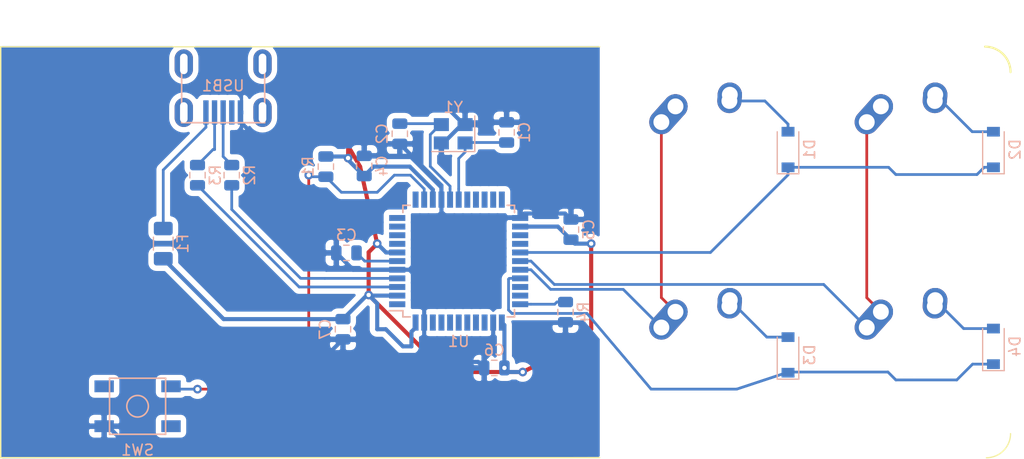
<source format=kicad_pcb>
(kicad_pcb (version 20171130) (host pcbnew "(5.1.4)-1")

  (general
    (thickness 1.6)
    (drawings 5)
    (tracks 199)
    (zones 0)
    (modules 24)
    (nets 45)
  )

  (page A4)
  (layers
    (0 F.Cu signal)
    (31 B.Cu signal)
    (32 B.Adhes user)
    (33 F.Adhes user)
    (34 B.Paste user)
    (35 F.Paste user)
    (36 B.SilkS user)
    (37 F.SilkS user)
    (38 B.Mask user)
    (39 F.Mask user)
    (40 Dwgs.User user)
    (41 Cmts.User user)
    (42 Eco1.User user)
    (43 Eco2.User user)
    (44 Edge.Cuts user)
    (45 Margin user)
    (46 B.CrtYd user)
    (47 F.CrtYd user)
    (48 B.Fab user)
    (49 F.Fab user)
  )

  (setup
    (last_trace_width 0.254)
    (trace_clearance 0.2)
    (zone_clearance 0.508)
    (zone_45_only no)
    (trace_min 0.2)
    (via_size 0.8)
    (via_drill 0.4)
    (via_min_size 0.4)
    (via_min_drill 0.3)
    (uvia_size 0.3)
    (uvia_drill 0.1)
    (uvias_allowed no)
    (uvia_min_size 0.2)
    (uvia_min_drill 0.1)
    (edge_width 0.05)
    (segment_width 0.2)
    (pcb_text_width 0.3)
    (pcb_text_size 1.5 1.5)
    (mod_edge_width 0.12)
    (mod_text_size 1 1)
    (mod_text_width 0.15)
    (pad_size 1.524 1.524)
    (pad_drill 0.762)
    (pad_to_mask_clearance 0.051)
    (solder_mask_min_width 0.25)
    (aux_axis_origin 0 0)
    (visible_elements 7FFFFFFF)
    (pcbplotparams
      (layerselection 0x010fc_ffffffff)
      (usegerberextensions false)
      (usegerberattributes false)
      (usegerberadvancedattributes false)
      (creategerberjobfile false)
      (excludeedgelayer true)
      (linewidth 0.100000)
      (plotframeref false)
      (viasonmask false)
      (mode 1)
      (useauxorigin false)
      (hpglpennumber 1)
      (hpglpenspeed 20)
      (hpglpendiameter 15.000000)
      (psnegative false)
      (psa4output false)
      (plotreference true)
      (plotvalue true)
      (plotinvisibletext false)
      (padsonsilk false)
      (subtractmaskfromsilk false)
      (outputformat 1)
      (mirror false)
      (drillshape 1)
      (scaleselection 1)
      (outputdirectory ""))
  )

  (net 0 "")
  (net 1 GND)
  (net 2 "Net-(C1-Pad1)")
  (net 3 "Net-(C2-Pad1)")
  (net 4 "Net-(C3-Pad1)")
  (net 5 +5V)
  (net 6 "Net-(D1-Pad2)")
  (net 7 ROW0)
  (net 8 "Net-(D2-Pad2)")
  (net 9 "Net-(D3-Pad2)")
  (net 10 ROW1)
  (net 11 "Net-(D4-Pad2)")
  (net 12 VCC)
  (net 13 COL0)
  (net 14 COL1)
  (net 15 "Net-(R1-Pad2)")
  (net 16 D+)
  (net 17 "Net-(R2-Pad1)")
  (net 18 D-)
  (net 19 "Net-(R3-Pad1)")
  (net 20 "Net-(R4-Pad2)")
  (net 21 "Net-(U1-Pad42)")
  (net 22 "Net-(U1-Pad41)")
  (net 23 "Net-(U1-Pad40)")
  (net 24 "Net-(U1-Pad39)")
  (net 25 "Net-(U1-Pad38)")
  (net 26 "Net-(U1-Pad37)")
  (net 27 "Net-(U1-Pad36)")
  (net 28 "Net-(U1-Pad32)")
  (net 29 "Net-(U1-Pad31)")
  (net 30 "Net-(U1-Pad26)")
  (net 31 "Net-(U1-Pad25)")
  (net 32 "Net-(U1-Pad22)")
  (net 33 "Net-(U1-Pad21)")
  (net 34 "Net-(U1-Pad20)")
  (net 35 "Net-(U1-Pad19)")
  (net 36 "Net-(U1-Pad18)")
  (net 37 "Net-(U1-Pad12)")
  (net 38 "Net-(U1-Pad11)")
  (net 39 "Net-(U1-Pad10)")
  (net 40 "Net-(U1-Pad9)")
  (net 41 "Net-(U1-Pad8)")
  (net 42 "Net-(U1-Pad1)")
  (net 43 "Net-(USB1-Pad6)")
  (net 44 "Net-(USB1-Pad2)")

  (net_class Default "This is the default net class."
    (clearance 0.2)
    (trace_width 0.254)
    (via_dia 0.8)
    (via_drill 0.4)
    (uvia_dia 0.3)
    (uvia_drill 0.1)
    (add_net COL0)
    (add_net COL1)
    (add_net D+)
    (add_net D-)
    (add_net "Net-(C1-Pad1)")
    (add_net "Net-(C2-Pad1)")
    (add_net "Net-(C3-Pad1)")
    (add_net "Net-(D1-Pad2)")
    (add_net "Net-(D2-Pad2)")
    (add_net "Net-(D3-Pad2)")
    (add_net "Net-(D4-Pad2)")
    (add_net "Net-(R1-Pad2)")
    (add_net "Net-(R2-Pad1)")
    (add_net "Net-(R3-Pad1)")
    (add_net "Net-(R4-Pad2)")
    (add_net "Net-(U1-Pad1)")
    (add_net "Net-(U1-Pad10)")
    (add_net "Net-(U1-Pad11)")
    (add_net "Net-(U1-Pad12)")
    (add_net "Net-(U1-Pad18)")
    (add_net "Net-(U1-Pad19)")
    (add_net "Net-(U1-Pad20)")
    (add_net "Net-(U1-Pad21)")
    (add_net "Net-(U1-Pad22)")
    (add_net "Net-(U1-Pad25)")
    (add_net "Net-(U1-Pad26)")
    (add_net "Net-(U1-Pad31)")
    (add_net "Net-(U1-Pad32)")
    (add_net "Net-(U1-Pad36)")
    (add_net "Net-(U1-Pad37)")
    (add_net "Net-(U1-Pad38)")
    (add_net "Net-(U1-Pad39)")
    (add_net "Net-(U1-Pad40)")
    (add_net "Net-(U1-Pad41)")
    (add_net "Net-(U1-Pad42)")
    (add_net "Net-(U1-Pad8)")
    (add_net "Net-(U1-Pad9)")
    (add_net "Net-(USB1-Pad2)")
    (add_net "Net-(USB1-Pad6)")
    (add_net ROW0)
    (add_net ROW1)
    (add_net VCC)
  )

  (net_class Power ""
    (clearance 0.2)
    (trace_width 0.381)
    (via_dia 0.8)
    (via_drill 0.4)
    (uvia_dia 0.3)
    (uvia_drill 0.1)
    (add_net +5V)
    (add_net GND)
  )

  (module Crystal:Crystal_SMD_3225-4Pin_3.2x2.5mm (layer B.Cu) (tedit 5A0FD1B2) (tstamp 651DE8BB)
    (at 224.536 95.377 180)
    (descr "SMD Crystal SERIES SMD3225/4 http://www.txccrystal.com/images/pdf/7m-accuracy.pdf, 3.2x2.5mm^2 package")
    (tags "SMD SMT crystal")
    (path /651E9A71)
    (attr smd)
    (fp_text reference Y1 (at 0 2.45) (layer B.SilkS)
      (effects (font (size 1 1) (thickness 0.15)) (justify mirror))
    )
    (fp_text value 16MHz (at 0 -2.45) (layer B.Fab)
      (effects (font (size 1 1) (thickness 0.15)) (justify mirror))
    )
    (fp_line (start 2.1 1.7) (end -2.1 1.7) (layer B.CrtYd) (width 0.05))
    (fp_line (start 2.1 -1.7) (end 2.1 1.7) (layer B.CrtYd) (width 0.05))
    (fp_line (start -2.1 -1.7) (end 2.1 -1.7) (layer B.CrtYd) (width 0.05))
    (fp_line (start -2.1 1.7) (end -2.1 -1.7) (layer B.CrtYd) (width 0.05))
    (fp_line (start -2 -1.65) (end 2 -1.65) (layer B.SilkS) (width 0.12))
    (fp_line (start -2 1.65) (end -2 -1.65) (layer B.SilkS) (width 0.12))
    (fp_line (start -1.6 -0.25) (end -0.6 -1.25) (layer B.Fab) (width 0.1))
    (fp_line (start 1.6 1.25) (end -1.6 1.25) (layer B.Fab) (width 0.1))
    (fp_line (start 1.6 -1.25) (end 1.6 1.25) (layer B.Fab) (width 0.1))
    (fp_line (start -1.6 -1.25) (end 1.6 -1.25) (layer B.Fab) (width 0.1))
    (fp_line (start -1.6 1.25) (end -1.6 -1.25) (layer B.Fab) (width 0.1))
    (fp_text user %R (at 0 0) (layer B.Fab)
      (effects (font (size 0.7 0.7) (thickness 0.105)) (justify mirror))
    )
    (pad 4 smd rect (at -1.1 0.85 180) (size 1.4 1.2) (layers B.Cu B.Paste B.Mask)
      (net 1 GND))
    (pad 3 smd rect (at 1.1 0.85 180) (size 1.4 1.2) (layers B.Cu B.Paste B.Mask)
      (net 3 "Net-(C2-Pad1)"))
    (pad 2 smd rect (at 1.1 -0.85 180) (size 1.4 1.2) (layers B.Cu B.Paste B.Mask)
      (net 1 GND))
    (pad 1 smd rect (at -1.1 -0.85 180) (size 1.4 1.2) (layers B.Cu B.Paste B.Mask)
      (net 2 "Net-(C1-Pad1)"))
    (model ${KISYS3DMOD}/Crystal.3dshapes/Crystal_SMD_3225-4Pin_3.2x2.5mm.wrl
      (at (xyz 0 0 0))
      (scale (xyz 1 1 1))
      (rotate (xyz 0 0 0))
    )
  )

  (module random-keyboard-parts:Molex-0548190589 (layer B.Cu) (tedit 5C494815) (tstamp 651DE8A7)
    (at 203.2 88.9 270)
    (path /6520071F)
    (attr smd)
    (fp_text reference USB1 (at 2.032 0 180) (layer B.SilkS)
      (effects (font (size 1 1) (thickness 0.15)) (justify mirror))
    )
    (fp_text value Molex-0548190589 (at -5.08 0 180) (layer Dwgs.User)
      (effects (font (size 1 1) (thickness 0.15)))
    )
    (fp_text user %R (at 2 0 180) (layer B.CrtYd)
      (effects (font (size 1 1) (thickness 0.15)) (justify mirror))
    )
    (fp_line (start 3.25 1.25) (end 5.5 1.25) (layer B.CrtYd) (width 0.15))
    (fp_line (start 5.5 0.5) (end 3.25 0.5) (layer B.CrtYd) (width 0.15))
    (fp_line (start 3.25 -0.5) (end 5.5 -0.5) (layer B.CrtYd) (width 0.15))
    (fp_line (start 5.5 -1.25) (end 3.25 -1.25) (layer B.CrtYd) (width 0.15))
    (fp_line (start 3.25 -2) (end 5.5 -2) (layer B.CrtYd) (width 0.15))
    (fp_line (start 3.25 2) (end 3.25 -2) (layer B.CrtYd) (width 0.15))
    (fp_line (start 5.5 2) (end 3.25 2) (layer B.CrtYd) (width 0.15))
    (fp_line (start -3.75 -3.75) (end -3.75 3.75) (layer B.CrtYd) (width 0.15))
    (fp_line (start 5.5 -3.75) (end -3.75 -3.75) (layer B.CrtYd) (width 0.15))
    (fp_line (start 5.5 3.75) (end 5.5 -3.75) (layer B.CrtYd) (width 0.15))
    (fp_line (start -3.75 3.75) (end 5.5 3.75) (layer B.CrtYd) (width 0.15))
    (fp_line (start 0 3.85) (end 5.45 3.85) (layer B.SilkS) (width 0.15))
    (fp_line (start 0 -3.85) (end 5.45 -3.85) (layer B.SilkS) (width 0.15))
    (fp_line (start 5.45 3.85) (end 5.45 -3.85) (layer B.SilkS) (width 0.15))
    (fp_line (start -3.75 3.85) (end 0 3.85) (layer Dwgs.User) (width 0.15))
    (fp_line (start -3.75 -3.85) (end 0 -3.85) (layer Dwgs.User) (width 0.15))
    (fp_line (start -1.75 4.572) (end -1.75 -4.572) (layer Dwgs.User) (width 0.15))
    (fp_line (start -3.75 3.85) (end -3.75 -3.85) (layer Dwgs.User) (width 0.15))
    (pad 6 thru_hole oval (at 0 3.65 270) (size 2.7 1.7) (drill oval 1.9 0.7) (layers *.Cu *.Mask)
      (net 43 "Net-(USB1-Pad6)"))
    (pad 6 thru_hole oval (at 0 -3.65 270) (size 2.7 1.7) (drill oval 1.9 0.7) (layers *.Cu *.Mask)
      (net 43 "Net-(USB1-Pad6)"))
    (pad 6 thru_hole oval (at 4.5 -3.65 270) (size 2.7 1.7) (drill oval 1.9 0.7) (layers *.Cu *.Mask)
      (net 43 "Net-(USB1-Pad6)"))
    (pad 6 thru_hole oval (at 4.5 3.65 270) (size 2.7 1.7) (drill oval 1.9 0.7) (layers *.Cu *.Mask)
      (net 43 "Net-(USB1-Pad6)"))
    (pad 5 smd rect (at 4.5 1.6 270) (size 2.25 0.5) (layers B.Cu B.Paste B.Mask)
      (net 12 VCC))
    (pad 4 smd rect (at 4.5 0.8 270) (size 2.25 0.5) (layers B.Cu B.Paste B.Mask)
      (net 18 D-))
    (pad 3 smd rect (at 4.5 0 270) (size 2.25 0.5) (layers B.Cu B.Paste B.Mask)
      (net 16 D+))
    (pad 2 smd rect (at 4.5 -0.8 270) (size 2.25 0.5) (layers B.Cu B.Paste B.Mask)
      (net 44 "Net-(USB1-Pad2)"))
    (pad 1 smd rect (at 4.5 -1.6 270) (size 2.25 0.5) (layers B.Cu B.Paste B.Mask)
      (net 1 GND))
  )

  (module Package_QFP:TQFP-44_10x10mm_P0.8mm (layer B.Cu) (tedit 5A02F146) (tstamp 651DF1AA)
    (at 225.044 107.188)
    (descr "44-Lead Plastic Thin Quad Flatpack (PT) - 10x10x1.0 mm Body [TQFP] (see Microchip Packaging Specification 00000049BS.pdf)")
    (tags "QFP 0.8")
    (path /651D3404)
    (attr smd)
    (fp_text reference U1 (at 0 7.45) (layer B.SilkS)
      (effects (font (size 1 1) (thickness 0.15)) (justify mirror))
    )
    (fp_text value ATmega32U4-AU (at 0 -7.45) (layer B.Fab)
      (effects (font (size 1 1) (thickness 0.15)) (justify mirror))
    )
    (fp_line (start -5.175 4.6) (end -6.45 4.6) (layer B.SilkS) (width 0.15))
    (fp_line (start 5.175 5.175) (end 4.5 5.175) (layer B.SilkS) (width 0.15))
    (fp_line (start 5.175 -5.175) (end 4.5 -5.175) (layer B.SilkS) (width 0.15))
    (fp_line (start -5.175 -5.175) (end -4.5 -5.175) (layer B.SilkS) (width 0.15))
    (fp_line (start -5.175 5.175) (end -4.5 5.175) (layer B.SilkS) (width 0.15))
    (fp_line (start -5.175 -5.175) (end -5.175 -4.5) (layer B.SilkS) (width 0.15))
    (fp_line (start 5.175 -5.175) (end 5.175 -4.5) (layer B.SilkS) (width 0.15))
    (fp_line (start 5.175 5.175) (end 5.175 4.5) (layer B.SilkS) (width 0.15))
    (fp_line (start -5.175 5.175) (end -5.175 4.6) (layer B.SilkS) (width 0.15))
    (fp_line (start -6.7 -6.7) (end 6.7 -6.7) (layer B.CrtYd) (width 0.05))
    (fp_line (start -6.7 6.7) (end 6.7 6.7) (layer B.CrtYd) (width 0.05))
    (fp_line (start 6.7 6.7) (end 6.7 -6.7) (layer B.CrtYd) (width 0.05))
    (fp_line (start -6.7 6.7) (end -6.7 -6.7) (layer B.CrtYd) (width 0.05))
    (fp_line (start -5 4) (end -4 5) (layer B.Fab) (width 0.15))
    (fp_line (start -5 -5) (end -5 4) (layer B.Fab) (width 0.15))
    (fp_line (start 5 -5) (end -5 -5) (layer B.Fab) (width 0.15))
    (fp_line (start 5 5) (end 5 -5) (layer B.Fab) (width 0.15))
    (fp_line (start -4 5) (end 5 5) (layer B.Fab) (width 0.15))
    (fp_text user %R (at 0 0) (layer B.Fab)
      (effects (font (size 1 1) (thickness 0.15)) (justify mirror))
    )
    (pad 44 smd rect (at -4 5.7 270) (size 1.5 0.55) (layers B.Cu B.Paste B.Mask)
      (net 5 +5V))
    (pad 43 smd rect (at -3.2 5.7 270) (size 1.5 0.55) (layers B.Cu B.Paste B.Mask)
      (net 1 GND))
    (pad 42 smd rect (at -2.4 5.7 270) (size 1.5 0.55) (layers B.Cu B.Paste B.Mask)
      (net 21 "Net-(U1-Pad42)"))
    (pad 41 smd rect (at -1.6 5.7 270) (size 1.5 0.55) (layers B.Cu B.Paste B.Mask)
      (net 22 "Net-(U1-Pad41)"))
    (pad 40 smd rect (at -0.8 5.7 270) (size 1.5 0.55) (layers B.Cu B.Paste B.Mask)
      (net 23 "Net-(U1-Pad40)"))
    (pad 39 smd rect (at 0 5.7 270) (size 1.5 0.55) (layers B.Cu B.Paste B.Mask)
      (net 24 "Net-(U1-Pad39)"))
    (pad 38 smd rect (at 0.8 5.7 270) (size 1.5 0.55) (layers B.Cu B.Paste B.Mask)
      (net 25 "Net-(U1-Pad38)"))
    (pad 37 smd rect (at 1.6 5.7 270) (size 1.5 0.55) (layers B.Cu B.Paste B.Mask)
      (net 26 "Net-(U1-Pad37)"))
    (pad 36 smd rect (at 2.4 5.7 270) (size 1.5 0.55) (layers B.Cu B.Paste B.Mask)
      (net 27 "Net-(U1-Pad36)"))
    (pad 35 smd rect (at 3.2 5.7 270) (size 1.5 0.55) (layers B.Cu B.Paste B.Mask)
      (net 1 GND))
    (pad 34 smd rect (at 4 5.7 270) (size 1.5 0.55) (layers B.Cu B.Paste B.Mask)
      (net 5 +5V))
    (pad 33 smd rect (at 5.7 4) (size 1.5 0.55) (layers B.Cu B.Paste B.Mask)
      (net 20 "Net-(R4-Pad2)"))
    (pad 32 smd rect (at 5.7 3.2) (size 1.5 0.55) (layers B.Cu B.Paste B.Mask)
      (net 28 "Net-(U1-Pad32)"))
    (pad 31 smd rect (at 5.7 2.4) (size 1.5 0.55) (layers B.Cu B.Paste B.Mask)
      (net 29 "Net-(U1-Pad31)"))
    (pad 30 smd rect (at 5.7 1.6) (size 1.5 0.55) (layers B.Cu B.Paste B.Mask)
      (net 10 ROW1))
    (pad 29 smd rect (at 5.7 0.8) (size 1.5 0.55) (layers B.Cu B.Paste B.Mask)
      (net 13 COL0))
    (pad 28 smd rect (at 5.7 0) (size 1.5 0.55) (layers B.Cu B.Paste B.Mask)
      (net 14 COL1))
    (pad 27 smd rect (at 5.7 -0.8) (size 1.5 0.55) (layers B.Cu B.Paste B.Mask)
      (net 7 ROW0))
    (pad 26 smd rect (at 5.7 -1.6) (size 1.5 0.55) (layers B.Cu B.Paste B.Mask)
      (net 30 "Net-(U1-Pad26)"))
    (pad 25 smd rect (at 5.7 -2.4) (size 1.5 0.55) (layers B.Cu B.Paste B.Mask)
      (net 31 "Net-(U1-Pad25)"))
    (pad 24 smd rect (at 5.7 -3.2) (size 1.5 0.55) (layers B.Cu B.Paste B.Mask)
      (net 5 +5V))
    (pad 23 smd rect (at 5.7 -4) (size 1.5 0.55) (layers B.Cu B.Paste B.Mask)
      (net 1 GND))
    (pad 22 smd rect (at 4 -5.7 270) (size 1.5 0.55) (layers B.Cu B.Paste B.Mask)
      (net 32 "Net-(U1-Pad22)"))
    (pad 21 smd rect (at 3.2 -5.7 270) (size 1.5 0.55) (layers B.Cu B.Paste B.Mask)
      (net 33 "Net-(U1-Pad21)"))
    (pad 20 smd rect (at 2.4 -5.7 270) (size 1.5 0.55) (layers B.Cu B.Paste B.Mask)
      (net 34 "Net-(U1-Pad20)"))
    (pad 19 smd rect (at 1.6 -5.7 270) (size 1.5 0.55) (layers B.Cu B.Paste B.Mask)
      (net 35 "Net-(U1-Pad19)"))
    (pad 18 smd rect (at 0.8 -5.7 270) (size 1.5 0.55) (layers B.Cu B.Paste B.Mask)
      (net 36 "Net-(U1-Pad18)"))
    (pad 17 smd rect (at 0 -5.7 270) (size 1.5 0.55) (layers B.Cu B.Paste B.Mask)
      (net 2 "Net-(C1-Pad1)"))
    (pad 16 smd rect (at -0.8 -5.7 270) (size 1.5 0.55) (layers B.Cu B.Paste B.Mask)
      (net 3 "Net-(C2-Pad1)"))
    (pad 15 smd rect (at -1.6 -5.7 270) (size 1.5 0.55) (layers B.Cu B.Paste B.Mask)
      (net 1 GND))
    (pad 14 smd rect (at -2.4 -5.7 270) (size 1.5 0.55) (layers B.Cu B.Paste B.Mask)
      (net 5 +5V))
    (pad 13 smd rect (at -3.2 -5.7 270) (size 1.5 0.55) (layers B.Cu B.Paste B.Mask)
      (net 15 "Net-(R1-Pad2)"))
    (pad 12 smd rect (at -4 -5.7 270) (size 1.5 0.55) (layers B.Cu B.Paste B.Mask)
      (net 37 "Net-(U1-Pad12)"))
    (pad 11 smd rect (at -5.7 -4) (size 1.5 0.55) (layers B.Cu B.Paste B.Mask)
      (net 38 "Net-(U1-Pad11)"))
    (pad 10 smd rect (at -5.7 -3.2) (size 1.5 0.55) (layers B.Cu B.Paste B.Mask)
      (net 39 "Net-(U1-Pad10)"))
    (pad 9 smd rect (at -5.7 -2.4) (size 1.5 0.55) (layers B.Cu B.Paste B.Mask)
      (net 40 "Net-(U1-Pad9)"))
    (pad 8 smd rect (at -5.7 -1.6) (size 1.5 0.55) (layers B.Cu B.Paste B.Mask)
      (net 41 "Net-(U1-Pad8)"))
    (pad 7 smd rect (at -5.7 -0.8) (size 1.5 0.55) (layers B.Cu B.Paste B.Mask)
      (net 5 +5V))
    (pad 6 smd rect (at -5.7 0) (size 1.5 0.55) (layers B.Cu B.Paste B.Mask)
      (net 4 "Net-(C3-Pad1)"))
    (pad 5 smd rect (at -5.7 0.8) (size 1.5 0.55) (layers B.Cu B.Paste B.Mask)
      (net 1 GND))
    (pad 4 smd rect (at -5.7 1.6) (size 1.5 0.55) (layers B.Cu B.Paste B.Mask)
      (net 17 "Net-(R2-Pad1)"))
    (pad 3 smd rect (at -5.7 2.4) (size 1.5 0.55) (layers B.Cu B.Paste B.Mask)
      (net 19 "Net-(R3-Pad1)"))
    (pad 2 smd rect (at -5.7 3.2) (size 1.5 0.55) (layers B.Cu B.Paste B.Mask)
      (net 5 +5V))
    (pad 1 smd rect (at -5.7 4) (size 1.5 0.55) (layers B.Cu B.Paste B.Mask)
      (net 42 "Net-(U1-Pad1)"))
    (model ${KISYS3DMOD}/Package_QFP.3dshapes/TQFP-44_10x10mm_P0.8mm.wrl
      (at (xyz 0 0 0))
      (scale (xyz 1 1 1))
      (rotate (xyz 0 0 0))
    )
  )

  (module random-keyboard-parts:SKQG-1155865 (layer B.Cu) (tedit 5E62B398) (tstamp 651DE844)
    (at 195.2625 120.65 180)
    (path /651F4333)
    (attr smd)
    (fp_text reference SW1 (at 0 -4.064) (layer B.SilkS)
      (effects (font (size 1 1) (thickness 0.15)) (justify mirror))
    )
    (fp_text value SW_Push (at 0 4.064) (layer B.Fab)
      (effects (font (size 1 1) (thickness 0.15)) (justify mirror))
    )
    (fp_line (start -2.6 2.6) (end 2.6 2.6) (layer B.SilkS) (width 0.15))
    (fp_line (start 2.6 2.6) (end 2.6 -2.6) (layer B.SilkS) (width 0.15))
    (fp_line (start 2.6 -2.6) (end -2.6 -2.6) (layer B.SilkS) (width 0.15))
    (fp_line (start -2.6 -2.6) (end -2.6 2.6) (layer B.SilkS) (width 0.15))
    (fp_circle (center 0 0) (end 1 0) (layer B.SilkS) (width 0.15))
    (fp_line (start -4.2 2.6) (end 4.2 2.6) (layer B.Fab) (width 0.15))
    (fp_line (start 4.2 2.6) (end 4.2 1.2) (layer B.Fab) (width 0.15))
    (fp_line (start 4.2 1.1) (end 2.6 1.1) (layer B.Fab) (width 0.15))
    (fp_line (start 2.6 1.1) (end 2.6 -1.1) (layer B.Fab) (width 0.15))
    (fp_line (start 2.6 -1.1) (end 4.2 -1.1) (layer B.Fab) (width 0.15))
    (fp_line (start 4.2 -1.1) (end 4.2 -2.6) (layer B.Fab) (width 0.15))
    (fp_line (start 4.2 -2.6) (end -4.2 -2.6) (layer B.Fab) (width 0.15))
    (fp_line (start -4.2 -2.6) (end -4.2 -1.1) (layer B.Fab) (width 0.15))
    (fp_line (start -4.2 -1.1) (end -2.6 -1.1) (layer B.Fab) (width 0.15))
    (fp_line (start -2.6 -1.1) (end -2.6 1.1) (layer B.Fab) (width 0.15))
    (fp_line (start -2.6 1.1) (end -4.2 1.1) (layer B.Fab) (width 0.15))
    (fp_line (start -4.2 1.1) (end -4.2 2.6) (layer B.Fab) (width 0.15))
    (fp_circle (center 0 0) (end 1 0) (layer B.Fab) (width 0.15))
    (fp_line (start -2.6 1.1) (end -1.1 2.6) (layer B.Fab) (width 0.15))
    (fp_line (start 2.6 1.1) (end 1.1 2.6) (layer B.Fab) (width 0.15))
    (fp_line (start 2.6 -1.1) (end 1.1 -2.6) (layer B.Fab) (width 0.15))
    (fp_line (start -2.6 -1.1) (end -1.1 -2.6) (layer B.Fab) (width 0.15))
    (pad 4 smd rect (at -3.1 -1.85 180) (size 1.8 1.1) (layers B.Cu B.Paste B.Mask))
    (pad 3 smd rect (at 3.1 1.85 180) (size 1.8 1.1) (layers B.Cu B.Paste B.Mask))
    (pad 2 smd rect (at -3.1 1.85 180) (size 1.8 1.1) (layers B.Cu B.Paste B.Mask)
      (net 15 "Net-(R1-Pad2)"))
    (pad 1 smd rect (at 3.1 -1.85 180) (size 1.8 1.1) (layers B.Cu B.Paste B.Mask)
      (net 1 GND))
    (model ${KISYS3DMOD}/Button_Switch_SMD.3dshapes/SW_SPST_TL3342.step
      (at (xyz 0 0 0))
      (scale (xyz 1 1 1))
      (rotate (xyz 0 0 0))
    )
  )

  (module Resistor_SMD:R_0805_2012Metric (layer B.Cu) (tedit 5B36C52B) (tstamp 651DE826)
    (at 234.95 111.91875 90)
    (descr "Resistor SMD 0805 (2012 Metric), square (rectangular) end terminal, IPC_7351 nominal, (Body size source: https://docs.google.com/spreadsheets/d/1BsfQQcO9C6DZCsRaXUlFlo91Tg2WpOkGARC1WS5S8t0/edit?usp=sharing), generated with kicad-footprint-generator")
    (tags resistor)
    (path /651DC8B7)
    (attr smd)
    (fp_text reference R4 (at 0 1.65 90) (layer B.SilkS)
      (effects (font (size 1 1) (thickness 0.15)) (justify mirror))
    )
    (fp_text value 10k (at 0 -1.65 90) (layer B.Fab)
      (effects (font (size 1 1) (thickness 0.15)) (justify mirror))
    )
    (fp_text user %R (at 0 0 90) (layer B.Fab)
      (effects (font (size 0.5 0.5) (thickness 0.08)) (justify mirror))
    )
    (fp_line (start 1.68 -0.95) (end -1.68 -0.95) (layer B.CrtYd) (width 0.05))
    (fp_line (start 1.68 0.95) (end 1.68 -0.95) (layer B.CrtYd) (width 0.05))
    (fp_line (start -1.68 0.95) (end 1.68 0.95) (layer B.CrtYd) (width 0.05))
    (fp_line (start -1.68 -0.95) (end -1.68 0.95) (layer B.CrtYd) (width 0.05))
    (fp_line (start -0.258578 -0.71) (end 0.258578 -0.71) (layer B.SilkS) (width 0.12))
    (fp_line (start -0.258578 0.71) (end 0.258578 0.71) (layer B.SilkS) (width 0.12))
    (fp_line (start 1 -0.6) (end -1 -0.6) (layer B.Fab) (width 0.1))
    (fp_line (start 1 0.6) (end 1 -0.6) (layer B.Fab) (width 0.1))
    (fp_line (start -1 0.6) (end 1 0.6) (layer B.Fab) (width 0.1))
    (fp_line (start -1 -0.6) (end -1 0.6) (layer B.Fab) (width 0.1))
    (pad 2 smd roundrect (at 0.9375 0 90) (size 0.975 1.4) (layers B.Cu B.Paste B.Mask) (roundrect_rratio 0.25)
      (net 20 "Net-(R4-Pad2)"))
    (pad 1 smd roundrect (at -0.9375 0 90) (size 0.975 1.4) (layers B.Cu B.Paste B.Mask) (roundrect_rratio 0.25)
      (net 1 GND))
    (model ${KISYS3DMOD}/Resistor_SMD.3dshapes/R_0805_2012Metric.wrl
      (at (xyz 0 0 0))
      (scale (xyz 1 1 1))
      (rotate (xyz 0 0 0))
    )
  )

  (module Resistor_SMD:R_0805_2012Metric (layer B.Cu) (tedit 5B36C52B) (tstamp 651DE815)
    (at 200.81875 99.21875 90)
    (descr "Resistor SMD 0805 (2012 Metric), square (rectangular) end terminal, IPC_7351 nominal, (Body size source: https://docs.google.com/spreadsheets/d/1BsfQQcO9C6DZCsRaXUlFlo91Tg2WpOkGARC1WS5S8t0/edit?usp=sharing), generated with kicad-footprint-generator")
    (tags resistor)
    (path /651DED98)
    (attr smd)
    (fp_text reference R3 (at 0 1.65 90) (layer B.SilkS)
      (effects (font (size 1 1) (thickness 0.15)) (justify mirror))
    )
    (fp_text value 22 (at 0 -1.65 90) (layer B.Fab)
      (effects (font (size 1 1) (thickness 0.15)) (justify mirror))
    )
    (fp_text user %R (at 0 0 90) (layer B.Fab)
      (effects (font (size 0.5 0.5) (thickness 0.08)) (justify mirror))
    )
    (fp_line (start 1.68 -0.95) (end -1.68 -0.95) (layer B.CrtYd) (width 0.05))
    (fp_line (start 1.68 0.95) (end 1.68 -0.95) (layer B.CrtYd) (width 0.05))
    (fp_line (start -1.68 0.95) (end 1.68 0.95) (layer B.CrtYd) (width 0.05))
    (fp_line (start -1.68 -0.95) (end -1.68 0.95) (layer B.CrtYd) (width 0.05))
    (fp_line (start -0.258578 -0.71) (end 0.258578 -0.71) (layer B.SilkS) (width 0.12))
    (fp_line (start -0.258578 0.71) (end 0.258578 0.71) (layer B.SilkS) (width 0.12))
    (fp_line (start 1 -0.6) (end -1 -0.6) (layer B.Fab) (width 0.1))
    (fp_line (start 1 0.6) (end 1 -0.6) (layer B.Fab) (width 0.1))
    (fp_line (start -1 0.6) (end 1 0.6) (layer B.Fab) (width 0.1))
    (fp_line (start -1 -0.6) (end -1 0.6) (layer B.Fab) (width 0.1))
    (pad 2 smd roundrect (at 0.9375 0 90) (size 0.975 1.4) (layers B.Cu B.Paste B.Mask) (roundrect_rratio 0.25)
      (net 18 D-))
    (pad 1 smd roundrect (at -0.9375 0 90) (size 0.975 1.4) (layers B.Cu B.Paste B.Mask) (roundrect_rratio 0.25)
      (net 19 "Net-(R3-Pad1)"))
    (model ${KISYS3DMOD}/Resistor_SMD.3dshapes/R_0805_2012Metric.wrl
      (at (xyz 0 0 0))
      (scale (xyz 1 1 1))
      (rotate (xyz 0 0 0))
    )
  )

  (module Resistor_SMD:R_0805_2012Metric (layer B.Cu) (tedit 5B36C52B) (tstamp 651DE804)
    (at 203.99375 99.21875 90)
    (descr "Resistor SMD 0805 (2012 Metric), square (rectangular) end terminal, IPC_7351 nominal, (Body size source: https://docs.google.com/spreadsheets/d/1BsfQQcO9C6DZCsRaXUlFlo91Tg2WpOkGARC1WS5S8t0/edit?usp=sharing), generated with kicad-footprint-generator")
    (tags resistor)
    (path /651DE652)
    (attr smd)
    (fp_text reference R2 (at 0 1.65 90) (layer B.SilkS)
      (effects (font (size 1 1) (thickness 0.15)) (justify mirror))
    )
    (fp_text value 22 (at 0 -1.65 90) (layer B.Fab)
      (effects (font (size 1 1) (thickness 0.15)) (justify mirror))
    )
    (fp_text user %R (at 0 0 90) (layer B.Fab)
      (effects (font (size 0.5 0.5) (thickness 0.08)) (justify mirror))
    )
    (fp_line (start 1.68 -0.95) (end -1.68 -0.95) (layer B.CrtYd) (width 0.05))
    (fp_line (start 1.68 0.95) (end 1.68 -0.95) (layer B.CrtYd) (width 0.05))
    (fp_line (start -1.68 0.95) (end 1.68 0.95) (layer B.CrtYd) (width 0.05))
    (fp_line (start -1.68 -0.95) (end -1.68 0.95) (layer B.CrtYd) (width 0.05))
    (fp_line (start -0.258578 -0.71) (end 0.258578 -0.71) (layer B.SilkS) (width 0.12))
    (fp_line (start -0.258578 0.71) (end 0.258578 0.71) (layer B.SilkS) (width 0.12))
    (fp_line (start 1 -0.6) (end -1 -0.6) (layer B.Fab) (width 0.1))
    (fp_line (start 1 0.6) (end 1 -0.6) (layer B.Fab) (width 0.1))
    (fp_line (start -1 0.6) (end 1 0.6) (layer B.Fab) (width 0.1))
    (fp_line (start -1 -0.6) (end -1 0.6) (layer B.Fab) (width 0.1))
    (pad 2 smd roundrect (at 0.9375 0 90) (size 0.975 1.4) (layers B.Cu B.Paste B.Mask) (roundrect_rratio 0.25)
      (net 16 D+))
    (pad 1 smd roundrect (at -0.9375 0 90) (size 0.975 1.4) (layers B.Cu B.Paste B.Mask) (roundrect_rratio 0.25)
      (net 17 "Net-(R2-Pad1)"))
    (model ${KISYS3DMOD}/Resistor_SMD.3dshapes/R_0805_2012Metric.wrl
      (at (xyz 0 0 0))
      (scale (xyz 1 1 1))
      (rotate (xyz 0 0 0))
    )
  )

  (module Resistor_SMD:R_0805_2012Metric (layer B.Cu) (tedit 5B36C52B) (tstamp 651DE7F3)
    (at 212.725 98.425 270)
    (descr "Resistor SMD 0805 (2012 Metric), square (rectangular) end terminal, IPC_7351 nominal, (Body size source: https://docs.google.com/spreadsheets/d/1BsfQQcO9C6DZCsRaXUlFlo91Tg2WpOkGARC1WS5S8t0/edit?usp=sharing), generated with kicad-footprint-generator")
    (tags resistor)
    (path /651FAF14)
    (attr smd)
    (fp_text reference R1 (at 0 1.65 90) (layer B.SilkS)
      (effects (font (size 1 1) (thickness 0.15)) (justify mirror))
    )
    (fp_text value 10k (at 0 -1.65 90) (layer B.Fab)
      (effects (font (size 1 1) (thickness 0.15)) (justify mirror))
    )
    (fp_text user %R (at 0 0 90) (layer B.Fab)
      (effects (font (size 0.5 0.5) (thickness 0.08)) (justify mirror))
    )
    (fp_line (start 1.68 -0.95) (end -1.68 -0.95) (layer B.CrtYd) (width 0.05))
    (fp_line (start 1.68 0.95) (end 1.68 -0.95) (layer B.CrtYd) (width 0.05))
    (fp_line (start -1.68 0.95) (end 1.68 0.95) (layer B.CrtYd) (width 0.05))
    (fp_line (start -1.68 -0.95) (end -1.68 0.95) (layer B.CrtYd) (width 0.05))
    (fp_line (start -0.258578 -0.71) (end 0.258578 -0.71) (layer B.SilkS) (width 0.12))
    (fp_line (start -0.258578 0.71) (end 0.258578 0.71) (layer B.SilkS) (width 0.12))
    (fp_line (start 1 -0.6) (end -1 -0.6) (layer B.Fab) (width 0.1))
    (fp_line (start 1 0.6) (end 1 -0.6) (layer B.Fab) (width 0.1))
    (fp_line (start -1 0.6) (end 1 0.6) (layer B.Fab) (width 0.1))
    (fp_line (start -1 -0.6) (end -1 0.6) (layer B.Fab) (width 0.1))
    (pad 2 smd roundrect (at 0.9375 0 270) (size 0.975 1.4) (layers B.Cu B.Paste B.Mask) (roundrect_rratio 0.25)
      (net 15 "Net-(R1-Pad2)"))
    (pad 1 smd roundrect (at -0.9375 0 270) (size 0.975 1.4) (layers B.Cu B.Paste B.Mask) (roundrect_rratio 0.25)
      (net 5 +5V))
    (model ${KISYS3DMOD}/Resistor_SMD.3dshapes/R_0805_2012Metric.wrl
      (at (xyz 0 0 0))
      (scale (xyz 1 1 1))
      (rotate (xyz 0 0 0))
    )
  )

  (module MX_Alps_Hybrid:MX-1U-NoLED (layer F.Cu) (tedit 5A9F5203) (tstamp 651E04A6)
    (at 266.7 115.8875)
    (path /65219A3E)
    (fp_text reference MX4 (at 0 3.175) (layer Dwgs.User)
      (effects (font (size 1 1) (thickness 0.15)))
    )
    (fp_text value MX-NoLED (at 0 -7.9375) (layer Dwgs.User)
      (effects (font (size 1 1) (thickness 0.15)))
    )
    (fp_line (start -9.525 9.525) (end -9.525 -9.525) (layer Dwgs.User) (width 0.15))
    (fp_line (start 9.525 9.525) (end -9.525 9.525) (layer Dwgs.User) (width 0.15))
    (fp_line (start 9.525 -9.525) (end 9.525 9.525) (layer Dwgs.User) (width 0.15))
    (fp_line (start -9.525 -9.525) (end 9.525 -9.525) (layer Dwgs.User) (width 0.15))
    (fp_line (start -7 -7) (end -7 -5) (layer Dwgs.User) (width 0.15))
    (fp_line (start -5 -7) (end -7 -7) (layer Dwgs.User) (width 0.15))
    (fp_line (start -7 7) (end -5 7) (layer Dwgs.User) (width 0.15))
    (fp_line (start -7 5) (end -7 7) (layer Dwgs.User) (width 0.15))
    (fp_line (start 7 7) (end 7 5) (layer Dwgs.User) (width 0.15))
    (fp_line (start 5 7) (end 7 7) (layer Dwgs.User) (width 0.15))
    (fp_line (start 7 -7) (end 7 -5) (layer Dwgs.User) (width 0.15))
    (fp_line (start 5 -7) (end 7 -7) (layer Dwgs.User) (width 0.15))
    (pad "" np_thru_hole circle (at 5.08 0 48.0996) (size 1.75 1.75) (drill 1.75) (layers *.Cu *.Mask))
    (pad "" np_thru_hole circle (at -5.08 0 48.0996) (size 1.75 1.75) (drill 1.75) (layers *.Cu *.Mask))
    (pad 1 thru_hole circle (at -2.5 -4) (size 2.25 2.25) (drill 1.47) (layers *.Cu B.Mask)
      (net 14 COL1))
    (pad "" np_thru_hole circle (at 0 0) (size 3.9878 3.9878) (drill 3.9878) (layers *.Cu *.Mask))
    (pad 1 thru_hole oval (at -3.81 -2.54 48.0996) (size 4.211556 2.25) (drill 1.47 (offset 0.980778 0)) (layers *.Cu B.Mask)
      (net 14 COL1))
    (pad 2 thru_hole circle (at 2.54 -5.08) (size 2.25 2.25) (drill 1.47) (layers *.Cu B.Mask)
      (net 11 "Net-(D4-Pad2)"))
    (pad 2 thru_hole oval (at 2.5 -4.5 86.0548) (size 2.831378 2.25) (drill 1.47 (offset 0.290689 0)) (layers *.Cu B.Mask)
      (net 11 "Net-(D4-Pad2)"))
  )

  (module MX_Alps_Hybrid:MX-1U-NoLED (layer F.Cu) (tedit 5A9F5203) (tstamp 651DE7CB)
    (at 247.65 115.8875)
    (path /6521B3C8)
    (fp_text reference MX3 (at 0 3.175) (layer Dwgs.User)
      (effects (font (size 1 1) (thickness 0.15)))
    )
    (fp_text value MX-NoLED (at 0 -7.9375) (layer Dwgs.User)
      (effects (font (size 1 1) (thickness 0.15)))
    )
    (fp_line (start -9.525 9.525) (end -9.525 -9.525) (layer Dwgs.User) (width 0.15))
    (fp_line (start 9.525 9.525) (end -9.525 9.525) (layer Dwgs.User) (width 0.15))
    (fp_line (start 9.525 -9.525) (end 9.525 9.525) (layer Dwgs.User) (width 0.15))
    (fp_line (start -9.525 -9.525) (end 9.525 -9.525) (layer Dwgs.User) (width 0.15))
    (fp_line (start -7 -7) (end -7 -5) (layer Dwgs.User) (width 0.15))
    (fp_line (start -5 -7) (end -7 -7) (layer Dwgs.User) (width 0.15))
    (fp_line (start -7 7) (end -5 7) (layer Dwgs.User) (width 0.15))
    (fp_line (start -7 5) (end -7 7) (layer Dwgs.User) (width 0.15))
    (fp_line (start 7 7) (end 7 5) (layer Dwgs.User) (width 0.15))
    (fp_line (start 5 7) (end 7 7) (layer Dwgs.User) (width 0.15))
    (fp_line (start 7 -7) (end 7 -5) (layer Dwgs.User) (width 0.15))
    (fp_line (start 5 -7) (end 7 -7) (layer Dwgs.User) (width 0.15))
    (pad "" np_thru_hole circle (at 5.08 0 48.0996) (size 1.75 1.75) (drill 1.75) (layers *.Cu *.Mask))
    (pad "" np_thru_hole circle (at -5.08 0 48.0996) (size 1.75 1.75) (drill 1.75) (layers *.Cu *.Mask))
    (pad 1 thru_hole circle (at -2.5 -4) (size 2.25 2.25) (drill 1.47) (layers *.Cu B.Mask)
      (net 13 COL0))
    (pad "" np_thru_hole circle (at 0 0) (size 3.9878 3.9878) (drill 3.9878) (layers *.Cu *.Mask))
    (pad 1 thru_hole oval (at -3.81 -2.54 48.0996) (size 4.211556 2.25) (drill 1.47 (offset 0.980778 0)) (layers *.Cu B.Mask)
      (net 13 COL0))
    (pad 2 thru_hole circle (at 2.54 -5.08) (size 2.25 2.25) (drill 1.47) (layers *.Cu B.Mask)
      (net 9 "Net-(D3-Pad2)"))
    (pad 2 thru_hole oval (at 2.5 -4.5 86.0548) (size 2.831378 2.25) (drill 1.47 (offset 0.290689 0)) (layers *.Cu B.Mask)
      (net 9 "Net-(D3-Pad2)"))
  )

  (module MX_Alps_Hybrid:MX-1U-NoLED (layer F.Cu) (tedit 5A9F5203) (tstamp 651DEBA6)
    (at 266.7 96.8375)
    (path /65218381)
    (fp_text reference MX2 (at 0 3.175) (layer Dwgs.User)
      (effects (font (size 1 1) (thickness 0.15)))
    )
    (fp_text value MX-NoLED (at 0 -7.9375) (layer Dwgs.User)
      (effects (font (size 1 1) (thickness 0.15)))
    )
    (fp_line (start -9.525 9.525) (end -9.525 -9.525) (layer Dwgs.User) (width 0.15))
    (fp_line (start 9.525 9.525) (end -9.525 9.525) (layer Dwgs.User) (width 0.15))
    (fp_line (start 9.525 -9.525) (end 9.525 9.525) (layer Dwgs.User) (width 0.15))
    (fp_line (start -9.525 -9.525) (end 9.525 -9.525) (layer Dwgs.User) (width 0.15))
    (fp_line (start -7 -7) (end -7 -5) (layer Dwgs.User) (width 0.15))
    (fp_line (start -5 -7) (end -7 -7) (layer Dwgs.User) (width 0.15))
    (fp_line (start -7 7) (end -5 7) (layer Dwgs.User) (width 0.15))
    (fp_line (start -7 5) (end -7 7) (layer Dwgs.User) (width 0.15))
    (fp_line (start 7 7) (end 7 5) (layer Dwgs.User) (width 0.15))
    (fp_line (start 5 7) (end 7 7) (layer Dwgs.User) (width 0.15))
    (fp_line (start 7 -7) (end 7 -5) (layer Dwgs.User) (width 0.15))
    (fp_line (start 5 -7) (end 7 -7) (layer Dwgs.User) (width 0.15))
    (pad "" np_thru_hole circle (at 5.08 0 48.0996) (size 1.75 1.75) (drill 1.75) (layers *.Cu *.Mask))
    (pad "" np_thru_hole circle (at -5.08 0 48.0996) (size 1.75 1.75) (drill 1.75) (layers *.Cu *.Mask))
    (pad 1 thru_hole circle (at -2.5 -4) (size 2.25 2.25) (drill 1.47) (layers *.Cu B.Mask)
      (net 14 COL1))
    (pad "" np_thru_hole circle (at 0 0) (size 3.9878 3.9878) (drill 3.9878) (layers *.Cu *.Mask))
    (pad 1 thru_hole oval (at -3.81 -2.54 48.0996) (size 4.211556 2.25) (drill 1.47 (offset 0.980778 0)) (layers *.Cu B.Mask)
      (net 14 COL1))
    (pad 2 thru_hole circle (at 2.54 -5.08) (size 2.25 2.25) (drill 1.47) (layers *.Cu B.Mask)
      (net 8 "Net-(D2-Pad2)"))
    (pad 2 thru_hole oval (at 2.5 -4.5 86.0548) (size 2.831378 2.25) (drill 1.47 (offset 0.290689 0)) (layers *.Cu B.Mask)
      (net 8 "Net-(D2-Pad2)"))
  )

  (module MX_Alps_Hybrid:MX-1U-NoLED (layer F.Cu) (tedit 5A9F5203) (tstamp 651DEB0A)
    (at 247.65 96.8375)
    (path /652112F8)
    (fp_text reference MX1 (at 0 3.175) (layer Dwgs.User)
      (effects (font (size 1 1) (thickness 0.15)))
    )
    (fp_text value MX-NoLED (at 0 -7.9375) (layer Dwgs.User)
      (effects (font (size 1 1) (thickness 0.15)))
    )
    (fp_line (start -9.525 9.525) (end -9.525 -9.525) (layer Dwgs.User) (width 0.15))
    (fp_line (start 9.525 9.525) (end -9.525 9.525) (layer Dwgs.User) (width 0.15))
    (fp_line (start 9.525 -9.525) (end 9.525 9.525) (layer Dwgs.User) (width 0.15))
    (fp_line (start -9.525 -9.525) (end 9.525 -9.525) (layer Dwgs.User) (width 0.15))
    (fp_line (start -7 -7) (end -7 -5) (layer Dwgs.User) (width 0.15))
    (fp_line (start -5 -7) (end -7 -7) (layer Dwgs.User) (width 0.15))
    (fp_line (start -7 7) (end -5 7) (layer Dwgs.User) (width 0.15))
    (fp_line (start -7 5) (end -7 7) (layer Dwgs.User) (width 0.15))
    (fp_line (start 7 7) (end 7 5) (layer Dwgs.User) (width 0.15))
    (fp_line (start 5 7) (end 7 7) (layer Dwgs.User) (width 0.15))
    (fp_line (start 7 -7) (end 7 -5) (layer Dwgs.User) (width 0.15))
    (fp_line (start 5 -7) (end 7 -7) (layer Dwgs.User) (width 0.15))
    (pad "" np_thru_hole circle (at 5.08 0 48.0996) (size 1.75 1.75) (drill 1.75) (layers *.Cu *.Mask))
    (pad "" np_thru_hole circle (at -5.08 0 48.0996) (size 1.75 1.75) (drill 1.75) (layers *.Cu *.Mask))
    (pad 1 thru_hole circle (at -2.5 -4) (size 2.25 2.25) (drill 1.47) (layers *.Cu B.Mask)
      (net 13 COL0))
    (pad "" np_thru_hole circle (at 0 0) (size 3.9878 3.9878) (drill 3.9878) (layers *.Cu *.Mask))
    (pad 1 thru_hole oval (at -3.81 -2.54 48.0996) (size 4.211556 2.25) (drill 1.47 (offset 0.980778 0)) (layers *.Cu B.Mask)
      (net 13 COL0))
    (pad 2 thru_hole circle (at 2.54 -5.08) (size 2.25 2.25) (drill 1.47) (layers *.Cu B.Mask)
      (net 6 "Net-(D1-Pad2)"))
    (pad 2 thru_hole oval (at 2.5 -4.5 86.0548) (size 2.831378 2.25) (drill 1.47 (offset 0.290689 0)) (layers *.Cu B.Mask)
      (net 6 "Net-(D1-Pad2)"))
  )

  (module Fuse:Fuse_1206_3216Metric (layer B.Cu) (tedit 5B301BBE) (tstamp 651DE786)
    (at 197.64375 105.56875 90)
    (descr "Fuse SMD 1206 (3216 Metric), square (rectangular) end terminal, IPC_7351 nominal, (Body size source: http://www.tortai-tech.com/upload/download/2011102023233369053.pdf), generated with kicad-footprint-generator")
    (tags resistor)
    (path /65204815)
    (attr smd)
    (fp_text reference F1 (at 0 1.82 90) (layer B.SilkS)
      (effects (font (size 1 1) (thickness 0.15)) (justify mirror))
    )
    (fp_text value 500mA (at 0 -1.82 90) (layer B.Fab)
      (effects (font (size 1 1) (thickness 0.15)) (justify mirror))
    )
    (fp_text user %R (at 0 0 90) (layer B.Fab)
      (effects (font (size 0.8 0.8) (thickness 0.12)) (justify mirror))
    )
    (fp_line (start 2.28 -1.12) (end -2.28 -1.12) (layer B.CrtYd) (width 0.05))
    (fp_line (start 2.28 1.12) (end 2.28 -1.12) (layer B.CrtYd) (width 0.05))
    (fp_line (start -2.28 1.12) (end 2.28 1.12) (layer B.CrtYd) (width 0.05))
    (fp_line (start -2.28 -1.12) (end -2.28 1.12) (layer B.CrtYd) (width 0.05))
    (fp_line (start -0.602064 -0.91) (end 0.602064 -0.91) (layer B.SilkS) (width 0.12))
    (fp_line (start -0.602064 0.91) (end 0.602064 0.91) (layer B.SilkS) (width 0.12))
    (fp_line (start 1.6 -0.8) (end -1.6 -0.8) (layer B.Fab) (width 0.1))
    (fp_line (start 1.6 0.8) (end 1.6 -0.8) (layer B.Fab) (width 0.1))
    (fp_line (start -1.6 0.8) (end 1.6 0.8) (layer B.Fab) (width 0.1))
    (fp_line (start -1.6 -0.8) (end -1.6 0.8) (layer B.Fab) (width 0.1))
    (pad 2 smd roundrect (at 1.4 0 90) (size 1.25 1.75) (layers B.Cu B.Paste B.Mask) (roundrect_rratio 0.2)
      (net 12 VCC))
    (pad 1 smd roundrect (at -1.4 0 90) (size 1.25 1.75) (layers B.Cu B.Paste B.Mask) (roundrect_rratio 0.2)
      (net 5 +5V))
    (model ${KISYS3DMOD}/Fuse.3dshapes/Fuse_1206_3216Metric.wrl
      (at (xyz 0 0 0))
      (scale (xyz 1 1 1))
      (rotate (xyz 0 0 0))
    )
  )

  (module Diode_SMD:D_SOD-123 (layer B.Cu) (tedit 58645DC7) (tstamp 651DE775)
    (at 274.6375 115.09375 90)
    (descr SOD-123)
    (tags SOD-123)
    (path /65219A44)
    (attr smd)
    (fp_text reference D4 (at 0 2 270) (layer B.SilkS)
      (effects (font (size 1 1) (thickness 0.15)) (justify mirror))
    )
    (fp_text value SOD-123 (at 0 -2.1 270) (layer B.Fab)
      (effects (font (size 1 1) (thickness 0.15)) (justify mirror))
    )
    (fp_line (start -2.25 1) (end 1.65 1) (layer B.SilkS) (width 0.12))
    (fp_line (start -2.25 -1) (end 1.65 -1) (layer B.SilkS) (width 0.12))
    (fp_line (start -2.35 1.15) (end -2.35 -1.15) (layer B.CrtYd) (width 0.05))
    (fp_line (start 2.35 -1.15) (end -2.35 -1.15) (layer B.CrtYd) (width 0.05))
    (fp_line (start 2.35 1.15) (end 2.35 -1.15) (layer B.CrtYd) (width 0.05))
    (fp_line (start -2.35 1.15) (end 2.35 1.15) (layer B.CrtYd) (width 0.05))
    (fp_line (start -1.4 0.9) (end 1.4 0.9) (layer B.Fab) (width 0.1))
    (fp_line (start 1.4 0.9) (end 1.4 -0.9) (layer B.Fab) (width 0.1))
    (fp_line (start 1.4 -0.9) (end -1.4 -0.9) (layer B.Fab) (width 0.1))
    (fp_line (start -1.4 -0.9) (end -1.4 0.9) (layer B.Fab) (width 0.1))
    (fp_line (start -0.75 0) (end -0.35 0) (layer B.Fab) (width 0.1))
    (fp_line (start -0.35 0) (end -0.35 0.55) (layer B.Fab) (width 0.1))
    (fp_line (start -0.35 0) (end -0.35 -0.55) (layer B.Fab) (width 0.1))
    (fp_line (start -0.35 0) (end 0.25 0.4) (layer B.Fab) (width 0.1))
    (fp_line (start 0.25 0.4) (end 0.25 -0.4) (layer B.Fab) (width 0.1))
    (fp_line (start 0.25 -0.4) (end -0.35 0) (layer B.Fab) (width 0.1))
    (fp_line (start 0.25 0) (end 0.75 0) (layer B.Fab) (width 0.1))
    (fp_line (start -2.25 1) (end -2.25 -1) (layer B.SilkS) (width 0.12))
    (fp_text user %R (at 0 2 270) (layer B.Fab)
      (effects (font (size 1 1) (thickness 0.15)) (justify mirror))
    )
    (pad 2 smd rect (at 1.65 0 90) (size 0.9 1.2) (layers B.Cu B.Paste B.Mask)
      (net 11 "Net-(D4-Pad2)"))
    (pad 1 smd rect (at -1.65 0 90) (size 0.9 1.2) (layers B.Cu B.Paste B.Mask)
      (net 10 ROW1))
    (model ${KISYS3DMOD}/Diode_SMD.3dshapes/D_SOD-123.wrl
      (at (xyz 0 0 0))
      (scale (xyz 1 1 1))
      (rotate (xyz 0 0 0))
    )
  )

  (module Diode_SMD:D_SOD-123 (layer B.Cu) (tedit 58645DC7) (tstamp 651DE75C)
    (at 255.5875 115.8875 90)
    (descr SOD-123)
    (tags SOD-123)
    (path /6521B3CE)
    (attr smd)
    (fp_text reference D3 (at 0 2 270) (layer B.SilkS)
      (effects (font (size 1 1) (thickness 0.15)) (justify mirror))
    )
    (fp_text value SOD-123 (at 0 -2.1 270) (layer B.Fab)
      (effects (font (size 1 1) (thickness 0.15)) (justify mirror))
    )
    (fp_line (start -2.25 1) (end 1.65 1) (layer B.SilkS) (width 0.12))
    (fp_line (start -2.25 -1) (end 1.65 -1) (layer B.SilkS) (width 0.12))
    (fp_line (start -2.35 1.15) (end -2.35 -1.15) (layer B.CrtYd) (width 0.05))
    (fp_line (start 2.35 -1.15) (end -2.35 -1.15) (layer B.CrtYd) (width 0.05))
    (fp_line (start 2.35 1.15) (end 2.35 -1.15) (layer B.CrtYd) (width 0.05))
    (fp_line (start -2.35 1.15) (end 2.35 1.15) (layer B.CrtYd) (width 0.05))
    (fp_line (start -1.4 0.9) (end 1.4 0.9) (layer B.Fab) (width 0.1))
    (fp_line (start 1.4 0.9) (end 1.4 -0.9) (layer B.Fab) (width 0.1))
    (fp_line (start 1.4 -0.9) (end -1.4 -0.9) (layer B.Fab) (width 0.1))
    (fp_line (start -1.4 -0.9) (end -1.4 0.9) (layer B.Fab) (width 0.1))
    (fp_line (start -0.75 0) (end -0.35 0) (layer B.Fab) (width 0.1))
    (fp_line (start -0.35 0) (end -0.35 0.55) (layer B.Fab) (width 0.1))
    (fp_line (start -0.35 0) (end -0.35 -0.55) (layer B.Fab) (width 0.1))
    (fp_line (start -0.35 0) (end 0.25 0.4) (layer B.Fab) (width 0.1))
    (fp_line (start 0.25 0.4) (end 0.25 -0.4) (layer B.Fab) (width 0.1))
    (fp_line (start 0.25 -0.4) (end -0.35 0) (layer B.Fab) (width 0.1))
    (fp_line (start 0.25 0) (end 0.75 0) (layer B.Fab) (width 0.1))
    (fp_line (start -2.25 1) (end -2.25 -1) (layer B.SilkS) (width 0.12))
    (fp_text user %R (at 0 2 270) (layer B.Fab)
      (effects (font (size 1 1) (thickness 0.15)) (justify mirror))
    )
    (pad 2 smd rect (at 1.65 0 90) (size 0.9 1.2) (layers B.Cu B.Paste B.Mask)
      (net 9 "Net-(D3-Pad2)"))
    (pad 1 smd rect (at -1.65 0 90) (size 0.9 1.2) (layers B.Cu B.Paste B.Mask)
      (net 10 ROW1))
    (model ${KISYS3DMOD}/Diode_SMD.3dshapes/D_SOD-123.wrl
      (at (xyz 0 0 0))
      (scale (xyz 1 1 1))
      (rotate (xyz 0 0 0))
    )
  )

  (module Diode_SMD:D_SOD-123 (layer B.Cu) (tedit 58645DC7) (tstamp 651DE743)
    (at 274.6375 96.8375 90)
    (descr SOD-123)
    (tags SOD-123)
    (path /65218387)
    (attr smd)
    (fp_text reference D2 (at 0 2 270) (layer B.SilkS)
      (effects (font (size 1 1) (thickness 0.15)) (justify mirror))
    )
    (fp_text value SOD-123 (at 0 -2.1 270) (layer B.Fab)
      (effects (font (size 1 1) (thickness 0.15)) (justify mirror))
    )
    (fp_line (start -2.25 1) (end 1.65 1) (layer B.SilkS) (width 0.12))
    (fp_line (start -2.25 -1) (end 1.65 -1) (layer B.SilkS) (width 0.12))
    (fp_line (start -2.35 1.15) (end -2.35 -1.15) (layer B.CrtYd) (width 0.05))
    (fp_line (start 2.35 -1.15) (end -2.35 -1.15) (layer B.CrtYd) (width 0.05))
    (fp_line (start 2.35 1.15) (end 2.35 -1.15) (layer B.CrtYd) (width 0.05))
    (fp_line (start -2.35 1.15) (end 2.35 1.15) (layer B.CrtYd) (width 0.05))
    (fp_line (start -1.4 0.9) (end 1.4 0.9) (layer B.Fab) (width 0.1))
    (fp_line (start 1.4 0.9) (end 1.4 -0.9) (layer B.Fab) (width 0.1))
    (fp_line (start 1.4 -0.9) (end -1.4 -0.9) (layer B.Fab) (width 0.1))
    (fp_line (start -1.4 -0.9) (end -1.4 0.9) (layer B.Fab) (width 0.1))
    (fp_line (start -0.75 0) (end -0.35 0) (layer B.Fab) (width 0.1))
    (fp_line (start -0.35 0) (end -0.35 0.55) (layer B.Fab) (width 0.1))
    (fp_line (start -0.35 0) (end -0.35 -0.55) (layer B.Fab) (width 0.1))
    (fp_line (start -0.35 0) (end 0.25 0.4) (layer B.Fab) (width 0.1))
    (fp_line (start 0.25 0.4) (end 0.25 -0.4) (layer B.Fab) (width 0.1))
    (fp_line (start 0.25 -0.4) (end -0.35 0) (layer B.Fab) (width 0.1))
    (fp_line (start 0.25 0) (end 0.75 0) (layer B.Fab) (width 0.1))
    (fp_line (start -2.25 1) (end -2.25 -1) (layer B.SilkS) (width 0.12))
    (fp_text user %R (at 0 2 270) (layer B.Fab)
      (effects (font (size 1 1) (thickness 0.15)) (justify mirror))
    )
    (pad 2 smd rect (at 1.65 0 90) (size 0.9 1.2) (layers B.Cu B.Paste B.Mask)
      (net 8 "Net-(D2-Pad2)"))
    (pad 1 smd rect (at -1.65 0 90) (size 0.9 1.2) (layers B.Cu B.Paste B.Mask)
      (net 7 ROW0))
    (model ${KISYS3DMOD}/Diode_SMD.3dshapes/D_SOD-123.wrl
      (at (xyz 0 0 0))
      (scale (xyz 1 1 1))
      (rotate (xyz 0 0 0))
    )
  )

  (module Diode_SMD:D_SOD-123 (layer B.Cu) (tedit 58645DC7) (tstamp 651DE72A)
    (at 255.5875 96.8375 90)
    (descr SOD-123)
    (tags SOD-123)
    (path /65212ACD)
    (attr smd)
    (fp_text reference D1 (at 0 2 270) (layer B.SilkS)
      (effects (font (size 1 1) (thickness 0.15)) (justify mirror))
    )
    (fp_text value SOD-123 (at 0 -2.1 270) (layer B.Fab)
      (effects (font (size 1 1) (thickness 0.15)) (justify mirror))
    )
    (fp_line (start -2.25 1) (end 1.65 1) (layer B.SilkS) (width 0.12))
    (fp_line (start -2.25 -1) (end 1.65 -1) (layer B.SilkS) (width 0.12))
    (fp_line (start -2.35 1.15) (end -2.35 -1.15) (layer B.CrtYd) (width 0.05))
    (fp_line (start 2.35 -1.15) (end -2.35 -1.15) (layer B.CrtYd) (width 0.05))
    (fp_line (start 2.35 1.15) (end 2.35 -1.15) (layer B.CrtYd) (width 0.05))
    (fp_line (start -2.35 1.15) (end 2.35 1.15) (layer B.CrtYd) (width 0.05))
    (fp_line (start -1.4 0.9) (end 1.4 0.9) (layer B.Fab) (width 0.1))
    (fp_line (start 1.4 0.9) (end 1.4 -0.9) (layer B.Fab) (width 0.1))
    (fp_line (start 1.4 -0.9) (end -1.4 -0.9) (layer B.Fab) (width 0.1))
    (fp_line (start -1.4 -0.9) (end -1.4 0.9) (layer B.Fab) (width 0.1))
    (fp_line (start -0.75 0) (end -0.35 0) (layer B.Fab) (width 0.1))
    (fp_line (start -0.35 0) (end -0.35 0.55) (layer B.Fab) (width 0.1))
    (fp_line (start -0.35 0) (end -0.35 -0.55) (layer B.Fab) (width 0.1))
    (fp_line (start -0.35 0) (end 0.25 0.4) (layer B.Fab) (width 0.1))
    (fp_line (start 0.25 0.4) (end 0.25 -0.4) (layer B.Fab) (width 0.1))
    (fp_line (start 0.25 -0.4) (end -0.35 0) (layer B.Fab) (width 0.1))
    (fp_line (start 0.25 0) (end 0.75 0) (layer B.Fab) (width 0.1))
    (fp_line (start -2.25 1) (end -2.25 -1) (layer B.SilkS) (width 0.12))
    (fp_text user %R (at 0 2 270) (layer B.Fab)
      (effects (font (size 1 1) (thickness 0.15)) (justify mirror))
    )
    (pad 2 smd rect (at 1.65 0 90) (size 0.9 1.2) (layers B.Cu B.Paste B.Mask)
      (net 6 "Net-(D1-Pad2)"))
    (pad 1 smd rect (at -1.65 0 90) (size 0.9 1.2) (layers B.Cu B.Paste B.Mask)
      (net 7 ROW0))
    (model ${KISYS3DMOD}/Diode_SMD.3dshapes/D_SOD-123.wrl
      (at (xyz 0 0 0))
      (scale (xyz 1 1 1))
      (rotate (xyz 0 0 0))
    )
  )

  (module Capacitor_SMD:C_0805_2012Metric (layer B.Cu) (tedit 5B36C52B) (tstamp 651DE711)
    (at 214.3125 113.50625 270)
    (descr "Capacitor SMD 0805 (2012 Metric), square (rectangular) end terminal, IPC_7351 nominal, (Body size source: https://docs.google.com/spreadsheets/d/1BsfQQcO9C6DZCsRaXUlFlo91Tg2WpOkGARC1WS5S8t0/edit?usp=sharing), generated with kicad-footprint-generator")
    (tags capacitor)
    (path /651E3ECB)
    (attr smd)
    (fp_text reference C7 (at 0 1.65 90) (layer B.SilkS)
      (effects (font (size 1 1) (thickness 0.15)) (justify mirror))
    )
    (fp_text value 10uF (at 0 -1.65 90) (layer B.Fab)
      (effects (font (size 1 1) (thickness 0.15)) (justify mirror))
    )
    (fp_text user %R (at 0 0 90) (layer B.Fab)
      (effects (font (size 0.5 0.5) (thickness 0.08)) (justify mirror))
    )
    (fp_line (start 1.68 -0.95) (end -1.68 -0.95) (layer B.CrtYd) (width 0.05))
    (fp_line (start 1.68 0.95) (end 1.68 -0.95) (layer B.CrtYd) (width 0.05))
    (fp_line (start -1.68 0.95) (end 1.68 0.95) (layer B.CrtYd) (width 0.05))
    (fp_line (start -1.68 -0.95) (end -1.68 0.95) (layer B.CrtYd) (width 0.05))
    (fp_line (start -0.258578 -0.71) (end 0.258578 -0.71) (layer B.SilkS) (width 0.12))
    (fp_line (start -0.258578 0.71) (end 0.258578 0.71) (layer B.SilkS) (width 0.12))
    (fp_line (start 1 -0.6) (end -1 -0.6) (layer B.Fab) (width 0.1))
    (fp_line (start 1 0.6) (end 1 -0.6) (layer B.Fab) (width 0.1))
    (fp_line (start -1 0.6) (end 1 0.6) (layer B.Fab) (width 0.1))
    (fp_line (start -1 -0.6) (end -1 0.6) (layer B.Fab) (width 0.1))
    (pad 2 smd roundrect (at 0.9375 0 270) (size 0.975 1.4) (layers B.Cu B.Paste B.Mask) (roundrect_rratio 0.25)
      (net 1 GND))
    (pad 1 smd roundrect (at -0.9375 0 270) (size 0.975 1.4) (layers B.Cu B.Paste B.Mask) (roundrect_rratio 0.25)
      (net 5 +5V))
    (model ${KISYS3DMOD}/Capacitor_SMD.3dshapes/C_0805_2012Metric.wrl
      (at (xyz 0 0 0))
      (scale (xyz 1 1 1))
      (rotate (xyz 0 0 0))
    )
  )

  (module Capacitor_SMD:C_0805_2012Metric (layer B.Cu) (tedit 5B36C52B) (tstamp 651DE700)
    (at 228.346 117.094 180)
    (descr "Capacitor SMD 0805 (2012 Metric), square (rectangular) end terminal, IPC_7351 nominal, (Body size source: https://docs.google.com/spreadsheets/d/1BsfQQcO9C6DZCsRaXUlFlo91Tg2WpOkGARC1WS5S8t0/edit?usp=sharing), generated with kicad-footprint-generator")
    (tags capacitor)
    (path /651E4FF8)
    (attr smd)
    (fp_text reference C6 (at 0 1.65) (layer B.SilkS)
      (effects (font (size 1 1) (thickness 0.15)) (justify mirror))
    )
    (fp_text value 0.1uF (at 0 -1.65) (layer B.Fab)
      (effects (font (size 1 1) (thickness 0.15)) (justify mirror))
    )
    (fp_text user %R (at 0 0) (layer B.Fab)
      (effects (font (size 0.5 0.5) (thickness 0.08)) (justify mirror))
    )
    (fp_line (start 1.68 -0.95) (end -1.68 -0.95) (layer B.CrtYd) (width 0.05))
    (fp_line (start 1.68 0.95) (end 1.68 -0.95) (layer B.CrtYd) (width 0.05))
    (fp_line (start -1.68 0.95) (end 1.68 0.95) (layer B.CrtYd) (width 0.05))
    (fp_line (start -1.68 -0.95) (end -1.68 0.95) (layer B.CrtYd) (width 0.05))
    (fp_line (start -0.258578 -0.71) (end 0.258578 -0.71) (layer B.SilkS) (width 0.12))
    (fp_line (start -0.258578 0.71) (end 0.258578 0.71) (layer B.SilkS) (width 0.12))
    (fp_line (start 1 -0.6) (end -1 -0.6) (layer B.Fab) (width 0.1))
    (fp_line (start 1 0.6) (end 1 -0.6) (layer B.Fab) (width 0.1))
    (fp_line (start -1 0.6) (end 1 0.6) (layer B.Fab) (width 0.1))
    (fp_line (start -1 -0.6) (end -1 0.6) (layer B.Fab) (width 0.1))
    (pad 2 smd roundrect (at 0.9375 0 180) (size 0.975 1.4) (layers B.Cu B.Paste B.Mask) (roundrect_rratio 0.25)
      (net 1 GND))
    (pad 1 smd roundrect (at -0.9375 0 180) (size 0.975 1.4) (layers B.Cu B.Paste B.Mask) (roundrect_rratio 0.25)
      (net 5 +5V))
    (model ${KISYS3DMOD}/Capacitor_SMD.3dshapes/C_0805_2012Metric.wrl
      (at (xyz 0 0 0))
      (scale (xyz 1 1 1))
      (rotate (xyz 0 0 0))
    )
  )

  (module Capacitor_SMD:C_0805_2012Metric (layer B.Cu) (tedit 5B36C52B) (tstamp 651DE6EF)
    (at 235.458 104.267 90)
    (descr "Capacitor SMD 0805 (2012 Metric), square (rectangular) end terminal, IPC_7351 nominal, (Body size source: https://docs.google.com/spreadsheets/d/1BsfQQcO9C6DZCsRaXUlFlo91Tg2WpOkGARC1WS5S8t0/edit?usp=sharing), generated with kicad-footprint-generator")
    (tags capacitor)
    (path /651E5274)
    (attr smd)
    (fp_text reference C5 (at 0 1.65 270) (layer B.SilkS)
      (effects (font (size 1 1) (thickness 0.15)) (justify mirror))
    )
    (fp_text value 0.1uF (at 0 -1.65 270) (layer B.Fab)
      (effects (font (size 1 1) (thickness 0.15)) (justify mirror))
    )
    (fp_text user %R (at 0 0 270) (layer B.Fab)
      (effects (font (size 0.5 0.5) (thickness 0.08)) (justify mirror))
    )
    (fp_line (start 1.68 -0.95) (end -1.68 -0.95) (layer B.CrtYd) (width 0.05))
    (fp_line (start 1.68 0.95) (end 1.68 -0.95) (layer B.CrtYd) (width 0.05))
    (fp_line (start -1.68 0.95) (end 1.68 0.95) (layer B.CrtYd) (width 0.05))
    (fp_line (start -1.68 -0.95) (end -1.68 0.95) (layer B.CrtYd) (width 0.05))
    (fp_line (start -0.258578 -0.71) (end 0.258578 -0.71) (layer B.SilkS) (width 0.12))
    (fp_line (start -0.258578 0.71) (end 0.258578 0.71) (layer B.SilkS) (width 0.12))
    (fp_line (start 1 -0.6) (end -1 -0.6) (layer B.Fab) (width 0.1))
    (fp_line (start 1 0.6) (end 1 -0.6) (layer B.Fab) (width 0.1))
    (fp_line (start -1 0.6) (end 1 0.6) (layer B.Fab) (width 0.1))
    (fp_line (start -1 -0.6) (end -1 0.6) (layer B.Fab) (width 0.1))
    (pad 2 smd roundrect (at 0.9375 0 90) (size 0.975 1.4) (layers B.Cu B.Paste B.Mask) (roundrect_rratio 0.25)
      (net 1 GND))
    (pad 1 smd roundrect (at -0.9375 0 90) (size 0.975 1.4) (layers B.Cu B.Paste B.Mask) (roundrect_rratio 0.25)
      (net 5 +5V))
    (model ${KISYS3DMOD}/Capacitor_SMD.3dshapes/C_0805_2012Metric.wrl
      (at (xyz 0 0 0))
      (scale (xyz 1 1 1))
      (rotate (xyz 0 0 0))
    )
  )

  (module Capacitor_SMD:C_0805_2012Metric (layer B.Cu) (tedit 5B36C52B) (tstamp 651DE6DE)
    (at 216.281 98.3615 90)
    (descr "Capacitor SMD 0805 (2012 Metric), square (rectangular) end terminal, IPC_7351 nominal, (Body size source: https://docs.google.com/spreadsheets/d/1BsfQQcO9C6DZCsRaXUlFlo91Tg2WpOkGARC1WS5S8t0/edit?usp=sharing), generated with kicad-footprint-generator")
    (tags capacitor)
    (path /651E6423)
    (attr smd)
    (fp_text reference C4 (at 0 1.65 270) (layer B.SilkS)
      (effects (font (size 1 1) (thickness 0.15)) (justify mirror))
    )
    (fp_text value 0.1uF (at 0 -1.65 270) (layer B.Fab)
      (effects (font (size 1 1) (thickness 0.15)) (justify mirror))
    )
    (fp_text user %R (at 0 0 270) (layer B.Fab)
      (effects (font (size 0.5 0.5) (thickness 0.08)) (justify mirror))
    )
    (fp_line (start 1.68 -0.95) (end -1.68 -0.95) (layer B.CrtYd) (width 0.05))
    (fp_line (start 1.68 0.95) (end 1.68 -0.95) (layer B.CrtYd) (width 0.05))
    (fp_line (start -1.68 0.95) (end 1.68 0.95) (layer B.CrtYd) (width 0.05))
    (fp_line (start -1.68 -0.95) (end -1.68 0.95) (layer B.CrtYd) (width 0.05))
    (fp_line (start -0.258578 -0.71) (end 0.258578 -0.71) (layer B.SilkS) (width 0.12))
    (fp_line (start -0.258578 0.71) (end 0.258578 0.71) (layer B.SilkS) (width 0.12))
    (fp_line (start 1 -0.6) (end -1 -0.6) (layer B.Fab) (width 0.1))
    (fp_line (start 1 0.6) (end 1 -0.6) (layer B.Fab) (width 0.1))
    (fp_line (start -1 0.6) (end 1 0.6) (layer B.Fab) (width 0.1))
    (fp_line (start -1 -0.6) (end -1 0.6) (layer B.Fab) (width 0.1))
    (pad 2 smd roundrect (at 0.9375 0 90) (size 0.975 1.4) (layers B.Cu B.Paste B.Mask) (roundrect_rratio 0.25)
      (net 1 GND))
    (pad 1 smd roundrect (at -0.9375 0 90) (size 0.975 1.4) (layers B.Cu B.Paste B.Mask) (roundrect_rratio 0.25)
      (net 5 +5V))
    (model ${KISYS3DMOD}/Capacitor_SMD.3dshapes/C_0805_2012Metric.wrl
      (at (xyz 0 0 0))
      (scale (xyz 1 1 1))
      (rotate (xyz 0 0 0))
    )
  )

  (module Capacitor_SMD:C_0805_2012Metric (layer B.Cu) (tedit 5B36C52B) (tstamp 651DE6CD)
    (at 214.63 106.426 180)
    (descr "Capacitor SMD 0805 (2012 Metric), square (rectangular) end terminal, IPC_7351 nominal, (Body size source: https://docs.google.com/spreadsheets/d/1BsfQQcO9C6DZCsRaXUlFlo91Tg2WpOkGARC1WS5S8t0/edit?usp=sharing), generated with kicad-footprint-generator")
    (tags capacitor)
    (path /651E26EA)
    (attr smd)
    (fp_text reference C3 (at 0 1.65) (layer B.SilkS)
      (effects (font (size 1 1) (thickness 0.15)) (justify mirror))
    )
    (fp_text value C_Small (at 0 -1.65) (layer B.Fab)
      (effects (font (size 1 1) (thickness 0.15)) (justify mirror))
    )
    (fp_text user %R (at 0 0) (layer B.Fab)
      (effects (font (size 0.5 0.5) (thickness 0.08)) (justify mirror))
    )
    (fp_line (start 1.68 -0.95) (end -1.68 -0.95) (layer B.CrtYd) (width 0.05))
    (fp_line (start 1.68 0.95) (end 1.68 -0.95) (layer B.CrtYd) (width 0.05))
    (fp_line (start -1.68 0.95) (end 1.68 0.95) (layer B.CrtYd) (width 0.05))
    (fp_line (start -1.68 -0.95) (end -1.68 0.95) (layer B.CrtYd) (width 0.05))
    (fp_line (start -0.258578 -0.71) (end 0.258578 -0.71) (layer B.SilkS) (width 0.12))
    (fp_line (start -0.258578 0.71) (end 0.258578 0.71) (layer B.SilkS) (width 0.12))
    (fp_line (start 1 -0.6) (end -1 -0.6) (layer B.Fab) (width 0.1))
    (fp_line (start 1 0.6) (end 1 -0.6) (layer B.Fab) (width 0.1))
    (fp_line (start -1 0.6) (end 1 0.6) (layer B.Fab) (width 0.1))
    (fp_line (start -1 -0.6) (end -1 0.6) (layer B.Fab) (width 0.1))
    (pad 2 smd roundrect (at 0.9375 0 180) (size 0.975 1.4) (layers B.Cu B.Paste B.Mask) (roundrect_rratio 0.25)
      (net 1 GND))
    (pad 1 smd roundrect (at -0.9375 0 180) (size 0.975 1.4) (layers B.Cu B.Paste B.Mask) (roundrect_rratio 0.25)
      (net 4 "Net-(C3-Pad1)"))
    (model ${KISYS3DMOD}/Capacitor_SMD.3dshapes/C_0805_2012Metric.wrl
      (at (xyz 0 0 0))
      (scale (xyz 1 1 1))
      (rotate (xyz 0 0 0))
    )
  )

  (module Capacitor_SMD:C_0805_2012Metric (layer B.Cu) (tedit 5B36C52B) (tstamp 651DE6BC)
    (at 219.583 95.377 270)
    (descr "Capacitor SMD 0805 (2012 Metric), square (rectangular) end terminal, IPC_7351 nominal, (Body size source: https://docs.google.com/spreadsheets/d/1BsfQQcO9C6DZCsRaXUlFlo91Tg2WpOkGARC1WS5S8t0/edit?usp=sharing), generated with kicad-footprint-generator")
    (tags capacitor)
    (path /651EEE05)
    (attr smd)
    (fp_text reference C2 (at 0 1.65 270) (layer B.SilkS)
      (effects (font (size 1 1) (thickness 0.15)) (justify mirror))
    )
    (fp_text value 22pF (at 0 -1.65 270) (layer B.Fab)
      (effects (font (size 1 1) (thickness 0.15)) (justify mirror))
    )
    (fp_text user %R (at 0 0 270) (layer B.Fab)
      (effects (font (size 0.5 0.5) (thickness 0.08)) (justify mirror))
    )
    (fp_line (start 1.68 -0.95) (end -1.68 -0.95) (layer B.CrtYd) (width 0.05))
    (fp_line (start 1.68 0.95) (end 1.68 -0.95) (layer B.CrtYd) (width 0.05))
    (fp_line (start -1.68 0.95) (end 1.68 0.95) (layer B.CrtYd) (width 0.05))
    (fp_line (start -1.68 -0.95) (end -1.68 0.95) (layer B.CrtYd) (width 0.05))
    (fp_line (start -0.258578 -0.71) (end 0.258578 -0.71) (layer B.SilkS) (width 0.12))
    (fp_line (start -0.258578 0.71) (end 0.258578 0.71) (layer B.SilkS) (width 0.12))
    (fp_line (start 1 -0.6) (end -1 -0.6) (layer B.Fab) (width 0.1))
    (fp_line (start 1 0.6) (end 1 -0.6) (layer B.Fab) (width 0.1))
    (fp_line (start -1 0.6) (end 1 0.6) (layer B.Fab) (width 0.1))
    (fp_line (start -1 -0.6) (end -1 0.6) (layer B.Fab) (width 0.1))
    (pad 2 smd roundrect (at 0.9375 0 270) (size 0.975 1.4) (layers B.Cu B.Paste B.Mask) (roundrect_rratio 0.25)
      (net 1 GND))
    (pad 1 smd roundrect (at -0.9375 0 270) (size 0.975 1.4) (layers B.Cu B.Paste B.Mask) (roundrect_rratio 0.25)
      (net 3 "Net-(C2-Pad1)"))
    (model ${KISYS3DMOD}/Capacitor_SMD.3dshapes/C_0805_2012Metric.wrl
      (at (xyz 0 0 0))
      (scale (xyz 1 1 1))
      (rotate (xyz 0 0 0))
    )
  )

  (module Capacitor_SMD:C_0805_2012Metric (layer B.Cu) (tedit 5B36C52B) (tstamp 651DE6AB)
    (at 229.489 95.25 90)
    (descr "Capacitor SMD 0805 (2012 Metric), square (rectangular) end terminal, IPC_7351 nominal, (Body size source: https://docs.google.com/spreadsheets/d/1BsfQQcO9C6DZCsRaXUlFlo91Tg2WpOkGARC1WS5S8t0/edit?usp=sharing), generated with kicad-footprint-generator")
    (tags capacitor)
    (path /651ED8EA)
    (attr smd)
    (fp_text reference C1 (at 0 1.65 270) (layer B.SilkS)
      (effects (font (size 1 1) (thickness 0.15)) (justify mirror))
    )
    (fp_text value 22pF (at 0 -1.65 270) (layer B.Fab)
      (effects (font (size 1 1) (thickness 0.15)) (justify mirror))
    )
    (fp_text user %R (at 0 0 270) (layer B.Fab)
      (effects (font (size 0.5 0.5) (thickness 0.08)) (justify mirror))
    )
    (fp_line (start 1.68 -0.95) (end -1.68 -0.95) (layer B.CrtYd) (width 0.05))
    (fp_line (start 1.68 0.95) (end 1.68 -0.95) (layer B.CrtYd) (width 0.05))
    (fp_line (start -1.68 0.95) (end 1.68 0.95) (layer B.CrtYd) (width 0.05))
    (fp_line (start -1.68 -0.95) (end -1.68 0.95) (layer B.CrtYd) (width 0.05))
    (fp_line (start -0.258578 -0.71) (end 0.258578 -0.71) (layer B.SilkS) (width 0.12))
    (fp_line (start -0.258578 0.71) (end 0.258578 0.71) (layer B.SilkS) (width 0.12))
    (fp_line (start 1 -0.6) (end -1 -0.6) (layer B.Fab) (width 0.1))
    (fp_line (start 1 0.6) (end 1 -0.6) (layer B.Fab) (width 0.1))
    (fp_line (start -1 0.6) (end 1 0.6) (layer B.Fab) (width 0.1))
    (fp_line (start -1 -0.6) (end -1 0.6) (layer B.Fab) (width 0.1))
    (pad 2 smd roundrect (at 0.9375 0 90) (size 0.975 1.4) (layers B.Cu B.Paste B.Mask) (roundrect_rratio 0.25)
      (net 1 GND))
    (pad 1 smd roundrect (at -0.9375 0 90) (size 0.975 1.4) (layers B.Cu B.Paste B.Mask) (roundrect_rratio 0.25)
      (net 2 "Net-(C1-Pad1)"))
    (model ${KISYS3DMOD}/Capacitor_SMD.3dshapes/C_0805_2012Metric.wrl
      (at (xyz 0 0 0))
      (scale (xyz 1 1 1))
      (rotate (xyz 0 0 0))
    )
  )

  (gr_line (start 182.5625 125.4125) (end 238.125 125.4125) (layer F.SilkS) (width 0.12))
  (gr_line (start 182.5625 87.3125) (end 182.5625 125.4125) (layer F.SilkS) (width 0.12))
  (gr_line (start 238.125 87.3125) (end 182.5625 87.3125) (layer F.SilkS) (width 0.12))
  (gr_arc (start 273.9898 123.19) (end 273.9898 125.4252) (angle -90) (layer F.SilkS) (width 0.12))
  (gr_arc (start 273.8628 89.662) (end 276.225 89.662) (angle -90) (layer F.SilkS) (width 0.2))

  (segment (start 228.689 94.3125) (end 229.489 94.3125) (width 0.381) (layer B.Cu) (net 1))
  (segment (start 225.547598 94.3125) (end 228.689 94.3125) (width 0.381) (layer B.Cu) (net 1))
  (segment (start 223.633098 96.227) (end 225.547598 94.3125) (width 0.381) (layer B.Cu) (net 1))
  (segment (start 223.436 96.227) (end 223.633098 96.227) (width 0.381) (layer B.Cu) (net 1))
  (segment (start 217.75825 96.3145) (end 219.583 96.3145) (width 0.381) (layer B.Cu) (net 1))
  (segment (start 225.636 94.527) (end 225.536 94.527) (width 0.381) (layer B.Cu) (net 1))
  (segment (start 225.536 94.527) (end 223.87775 92.86875) (width 0.381) (layer B.Cu) (net 1))
  (segment (start 223.87775 92.86875) (end 218.28125 92.86875) (width 0.381) (layer B.Cu) (net 1))
  (segment (start 218.28125 92.86875) (end 217.4875 93.6625) (width 0.381) (layer B.Cu) (net 1))
  (segment (start 217.4875 93.6625) (end 217.4875 96.04375) (width 0.381) (layer B.Cu) (net 1))
  (segment (start 217.4875 96.04375) (end 217.75825 96.3145) (width 0.381) (layer B.Cu) (net 1))
  (segment (start 223.444 100.1755) (end 223.444 101.488) (width 0.381) (layer B.Cu) (net 1))
  (segment (start 219.583 96.3145) (end 223.444 100.1755) (width 0.381) (layer B.Cu) (net 1))
  (segment (start 223.444 100.357) (end 223.444 101.488) (width 0.381) (layer B.Cu) (net 1))
  (segment (start 220.511 97.424) (end 223.444 100.357) (width 0.381) (layer B.Cu) (net 1))
  (segment (start 216.281 97.424) (end 220.511 97.424) (width 0.381) (layer B.Cu) (net 1))
  (segment (start 231.158737 102.773263) (end 230.744 103.188) (width 0.381) (layer B.Cu) (net 1))
  (segment (start 234.901763 102.773263) (end 231.158737 102.773263) (width 0.381) (layer B.Cu) (net 1))
  (segment (start 235.458 103.3295) (end 234.901763 102.773263) (width 0.381) (layer B.Cu) (net 1))
  (segment (start 227.4085 118.66475) (end 227.4085 117.094) (width 0.381) (layer B.Cu) (net 1))
  (segment (start 229.39375 120.65) (end 227.4085 118.66475) (width 0.381) (layer B.Cu) (net 1))
  (segment (start 230.1875 120.65) (end 229.39375 120.65) (width 0.381) (layer B.Cu) (net 1))
  (segment (start 234.95 112.85625) (end 234.95 115.8875) (width 0.381) (layer B.Cu) (net 1))
  (segment (start 234.95 115.8875) (end 230.1875 120.65) (width 0.381) (layer B.Cu) (net 1))
  (segment (start 221.844 115.49975) (end 221.844 112.888) (width 0.381) (layer B.Cu) (net 1))
  (segment (start 221.45625 115.8875) (end 221.844 115.49975) (width 0.381) (layer B.Cu) (net 1))
  (segment (start 219.075 115.8875) (end 221.45625 115.8875) (width 0.381) (layer B.Cu) (net 1))
  (segment (start 214.3125 114.44375) (end 217.63125 114.44375) (width 0.381) (layer B.Cu) (net 1))
  (segment (start 217.63125 114.44375) (end 219.075 115.8875) (width 0.381) (layer B.Cu) (net 1))
  (segment (start 215.2545 107.988) (end 219.344 107.988) (width 0.381) (layer B.Cu) (net 1))
  (segment (start 213.6925 106.426) (end 215.2545 107.988) (width 0.381) (layer B.Cu) (net 1))
  (segment (start 204.8 94.275) (end 207.16875 96.64375) (width 0.381) (layer B.Cu) (net 1))
  (segment (start 204.8 93.4) (end 204.8 94.275) (width 0.381) (layer B.Cu) (net 1))
  (segment (start 207.16875 96.64375) (end 207.16875 102.39375) (width 0.381) (layer B.Cu) (net 1))
  (segment (start 212.763 107.988) (end 219.344 107.988) (width 0.381) (layer B.Cu) (net 1))
  (segment (start 207.16875 102.39375) (end 212.763 107.988) (width 0.381) (layer B.Cu) (net 1))
  (segment (start 192.5125 122.5) (end 194.0915 124.079) (width 0.381) (layer B.Cu) (net 1))
  (segment (start 192.1625 122.5) (end 192.5125 122.5) (width 0.381) (layer B.Cu) (net 1))
  (segment (start 204.67725 124.079) (end 214.3125 114.44375) (width 0.381) (layer B.Cu) (net 1))
  (segment (start 194.0915 124.079) (end 204.67725 124.079) (width 0.381) (layer B.Cu) (net 1))
  (segment (start 228.244 114.019) (end 228.244 112.888) (width 0.381) (layer B.Cu) (net 1))
  (segment (start 228.244 115.4585) (end 228.244 114.019) (width 0.381) (layer B.Cu) (net 1))
  (segment (start 227.4085 116.294) (end 228.244 115.4585) (width 0.381) (layer B.Cu) (net 1))
  (segment (start 227.4085 117.094) (end 227.4085 116.294) (width 0.381) (layer B.Cu) (net 1))
  (segment (start 222.882013 116.537763) (end 221.844 115.49975) (width 0.381) (layer B.Cu) (net 1))
  (segment (start 226.852263 116.537763) (end 222.882013 116.537763) (width 0.381) (layer B.Cu) (net 1))
  (segment (start 227.4085 117.094) (end 226.852263 116.537763) (width 0.381) (layer B.Cu) (net 1))
  (segment (start 229.613 103.188) (end 230.744 103.188) (width 0.381) (layer B.Cu) (net 1))
  (segment (start 224.013 103.188) (end 229.613 103.188) (width 0.381) (layer B.Cu) (net 1))
  (segment (start 223.444 102.619) (end 224.013 103.188) (width 0.381) (layer B.Cu) (net 1))
  (segment (start 223.444 101.488) (end 223.444 102.619) (width 0.381) (layer B.Cu) (net 1))
  (segment (start 224.013 104.45) (end 224.013 103.188) (width 0.381) (layer B.Cu) (net 1))
  (segment (start 220.475 107.988) (end 224.013 104.45) (width 0.381) (layer B.Cu) (net 1))
  (segment (start 219.344 107.988) (end 220.475 107.988) (width 0.381) (layer B.Cu) (net 1))
  (segment (start 221.844 109.357) (end 221.844 112.888) (width 0.381) (layer B.Cu) (net 1))
  (segment (start 220.475 107.988) (end 221.844 109.357) (width 0.381) (layer B.Cu) (net 1))
  (segment (start 225.044 100.484) (end 225.044 101.488) (width 0.254) (layer B.Cu) (net 2))
  (segment (start 225.044 97.673) (end 225.044 100.484) (width 0.254) (layer B.Cu) (net 2))
  (segment (start 225.636 97.081) (end 225.044 97.673) (width 0.254) (layer B.Cu) (net 2))
  (segment (start 225.636 96.227) (end 225.636 97.081) (width 0.254) (layer B.Cu) (net 2))
  (segment (start 225.6755 96.1875) (end 225.636 96.227) (width 0.254) (layer B.Cu) (net 2))
  (segment (start 229.489 96.1875) (end 225.6755 96.1875) (width 0.254) (layer B.Cu) (net 2))
  (segment (start 223.3485 94.4395) (end 223.436 94.527) (width 0.254) (layer B.Cu) (net 3))
  (segment (start 219.583 94.4395) (end 223.3485 94.4395) (width 0.254) (layer B.Cu) (net 3))
  (segment (start 224.244 100.484) (end 224.244 101.488) (width 0.254) (layer B.Cu) (net 3))
  (segment (start 224.244 100.243632) (end 224.244 100.484) (width 0.254) (layer B.Cu) (net 3))
  (segment (start 222.408999 98.408631) (end 224.244 100.243632) (width 0.254) (layer B.Cu) (net 3))
  (segment (start 222.408999 95.454001) (end 222.408999 98.408631) (width 0.254) (layer B.Cu) (net 3))
  (segment (start 223.336 94.527) (end 222.408999 95.454001) (width 0.254) (layer B.Cu) (net 3))
  (segment (start 223.436 94.527) (end 223.336 94.527) (width 0.254) (layer B.Cu) (net 3))
  (segment (start 216.3295 107.188) (end 219.344 107.188) (width 0.254) (layer B.Cu) (net 4))
  (segment (start 215.5675 106.426) (end 216.3295 107.188) (width 0.254) (layer B.Cu) (net 4))
  (segment (start 216.281 99.299) (end 217.155 98.425) (width 0.381) (layer B.Cu) (net 5))
  (segment (start 222.644 100.560098) (end 222.644 101.488) (width 0.381) (layer B.Cu) (net 5))
  (segment (start 220.508902 98.425) (end 222.644 100.560098) (width 0.381) (layer B.Cu) (net 5))
  (segment (start 217.155 98.425) (end 220.508902 98.425) (width 0.381) (layer B.Cu) (net 5))
  (segment (start 214.4695 97.4875) (end 216.281 99.299) (width 0.381) (layer B.Cu) (net 5))
  (segment (start 212.725 97.4875) (end 214.4695 97.4875) (width 0.381) (layer B.Cu) (net 5))
  (segment (start 234.2415 103.988) (end 230.744 103.988) (width 0.381) (layer B.Cu) (net 5))
  (segment (start 235.458 105.2045) (end 234.2415 103.988) (width 0.381) (layer B.Cu) (net 5))
  (segment (start 216.49325 110.388) (end 219.344 110.388) (width 0.381) (layer B.Cu) (net 5))
  (segment (start 214.3125 112.56875) (end 216.49325 110.388) (width 0.381) (layer B.Cu) (net 5))
  (segment (start 221.044 113.363) (end 220.6625 113.7445) (width 0.381) (layer B.Cu) (net 5))
  (segment (start 221.044 112.888) (end 221.044 113.363) (width 0.381) (layer B.Cu) (net 5))
  (segment (start 220.6625 113.7445) (end 220.6625 115.09375) (width 0.381) (layer B.Cu) (net 5))
  (segment (start 220.6625 115.09375) (end 219.86875 115.09375) (width 0.381) (layer B.Cu) (net 5))
  (segment (start 219.86875 115.09375) (end 218.28125 113.50625) (width 0.381) (layer B.Cu) (net 5))
  (segment (start 218.28125 113.50625) (end 217.4875 113.50625) (width 0.381) (layer B.Cu) (net 5))
  (via (at 216.69375 110.33125) (size 0.8) (drill 0.4) (layers F.Cu B.Cu) (net 5))
  (segment (start 217.4875 113.50625) (end 217.4875 111.125) (width 0.381) (layer B.Cu) (net 5))
  (segment (start 217.4875 111.125) (end 216.69375 110.33125) (width 0.381) (layer B.Cu) (net 5))
  (via (at 217.4875 105.56875) (size 0.8) (drill 0.4) (layers F.Cu B.Cu) (net 5))
  (segment (start 219.344 106.388) (end 218.30675 106.388) (width 0.381) (layer B.Cu) (net 5))
  (segment (start 218.30675 106.388) (end 217.4875 105.56875) (width 0.381) (layer B.Cu) (net 5))
  (segment (start 216.69375 106.3625) (end 216.69375 110.33125) (width 0.381) (layer F.Cu) (net 5))
  (segment (start 217.4875 105.56875) (end 216.69375 106.3625) (width 0.381) (layer F.Cu) (net 5))
  (segment (start 216.69375 110.33125) (end 223.8375 117.475) (width 0.381) (layer F.Cu) (net 5))
  (via (at 230.98125 117.475) (size 0.8) (drill 0.4) (layers F.Cu B.Cu) (net 5))
  (segment (start 223.8375 117.475) (end 230.98125 117.475) (width 0.381) (layer F.Cu) (net 5))
  (via (at 229.2835 117.094) (size 0.8) (drill 0.4) (layers F.Cu B.Cu) (net 5))
  (segment (start 230.98125 117.475) (end 229.6645 117.475) (width 0.381) (layer B.Cu) (net 5))
  (segment (start 229.6645 117.475) (end 229.2835 117.094) (width 0.381) (layer B.Cu) (net 5))
  (via (at 237.33125 105.56875) (size 0.8) (drill 0.4) (layers F.Cu B.Cu) (net 5))
  (segment (start 235.82225 105.56875) (end 235.458 105.2045) (width 0.381) (layer B.Cu) (net 5))
  (segment (start 237.33125 105.56875) (end 235.82225 105.56875) (width 0.381) (layer B.Cu) (net 5))
  (segment (start 237.33125 113.50625) (end 237.33125 105.56875) (width 0.381) (layer F.Cu) (net 5))
  (segment (start 230.98125 117.475) (end 232.56875 116.68125) (width 0.381) (layer F.Cu) (net 5))
  (segment (start 232.56875 116.68125) (end 237.33125 113.50625) (width 0.381) (layer F.Cu) (net 5))
  (via (at 214.783243 97.63125) (size 0.8) (drill 0.4) (layers F.Cu B.Cu) (net 5))
  (segment (start 215.9 98.425) (end 217.4875 105.56875) (width 0.381) (layer F.Cu) (net 5))
  (segment (start 214.797475 96.528725) (end 215.9 98.425) (width 0.381) (layer F.Cu) (net 5))
  (segment (start 214.783243 97.63125) (end 214.797475 96.528725) (width 0.381) (layer F.Cu) (net 5))
  (segment (start 203.24375 112.56875) (end 197.64375 106.96875) (width 0.381) (layer B.Cu) (net 5))
  (segment (start 214.3125 112.56875) (end 203.24375 112.56875) (width 0.381) (layer B.Cu) (net 5))
  (segment (start 229.2835 113.1275) (end 229.044 112.888) (width 0.381) (layer B.Cu) (net 5))
  (segment (start 229.2835 117.094) (end 229.2835 113.1275) (width 0.381) (layer B.Cu) (net 5))
  (segment (start 253.4415 92.3375) (end 250.15 92.3375) (width 0.254) (layer B.Cu) (net 6))
  (segment (start 255.5875 94.4835) (end 253.4415 92.3375) (width 0.254) (layer B.Cu) (net 6))
  (segment (start 255.5875 95.1875) (end 255.5875 94.4835) (width 0.254) (layer B.Cu) (net 6))
  (segment (start 273.7835 98.4875) (end 274.6375 98.4875) (width 0.254) (layer B.Cu) (net 7))
  (segment (start 273.112599 99.158401) (end 273.7835 98.4875) (width 0.254) (layer B.Cu) (net 7))
  (segment (start 265.585967 99.158401) (end 273.112599 99.158401) (width 0.254) (layer B.Cu) (net 7))
  (segment (start 264.915066 98.4875) (end 265.585967 99.158401) (width 0.254) (layer B.Cu) (net 7))
  (segment (start 255.5875 98.4875) (end 264.915066 98.4875) (width 0.254) (layer B.Cu) (net 7))
  (segment (start 255.5875 99.1915) (end 255.5875 98.4875) (width 0.254) (layer B.Cu) (net 7))
  (segment (start 248.391 106.388) (end 255.5875 99.1915) (width 0.254) (layer B.Cu) (net 7))
  (segment (start 230.744 106.388) (end 248.391 106.388) (width 0.254) (layer B.Cu) (net 7))
  (segment (start 269.82 92.3375) (end 269.2 92.3375) (width 0.254) (layer B.Cu) (net 8))
  (segment (start 272.67 95.1875) (end 269.82 92.3375) (width 0.254) (layer B.Cu) (net 8))
  (segment (start 274.6375 95.1875) (end 272.67 95.1875) (width 0.254) (layer B.Cu) (net 8))
  (segment (start 250.77 111.3875) (end 250.15 111.3875) (width 0.254) (layer B.Cu) (net 9))
  (segment (start 253.62 114.2375) (end 250.77 111.3875) (width 0.254) (layer B.Cu) (net 9))
  (segment (start 255.5875 114.2375) (end 253.62 114.2375) (width 0.254) (layer B.Cu) (net 9))
  (segment (start 255.65 117.475) (end 255.5875 117.5375) (width 0.254) (layer B.Cu) (net 10))
  (segment (start 264.852566 117.475) (end 255.65 117.475) (width 0.254) (layer B.Cu) (net 10))
  (segment (start 265.585967 118.208401) (end 264.852566 117.475) (width 0.254) (layer B.Cu) (net 10))
  (segment (start 271.238061 118.208401) (end 265.585967 118.208401) (width 0.254) (layer B.Cu) (net 10))
  (segment (start 274.6375 116.74375) (end 272.702712 116.74375) (width 0.254) (layer B.Cu) (net 10))
  (segment (start 272.702712 116.74375) (end 271.238061 118.208401) (width 0.254) (layer B.Cu) (net 10))
  (segment (start 255.4375 117.5375) (end 255.5875 117.5375) (width 0.254) (layer B.Cu) (net 10))
  (segment (start 250.825 119.0625) (end 255.4375 117.5375) (width 0.254) (layer B.Cu) (net 10))
  (segment (start 242.8875 119.0625) (end 250.825 119.0625) (width 0.254) (layer B.Cu) (net 10))
  (segment (start 229.74 108.788) (end 229.666999 108.861001) (width 0.254) (layer B.Cu) (net 10))
  (segment (start 230.744 108.788) (end 229.74 108.788) (width 0.254) (layer B.Cu) (net 10))
  (segment (start 229.666999 108.861001) (end 229.666999 111.724601) (width 0.254) (layer B.Cu) (net 10))
  (segment (start 229.666999 111.724601) (end 229.984138 112.04174) (width 0.254) (layer B.Cu) (net 10))
  (segment (start 229.984138 112.04174) (end 236.945278 112.04174) (width 0.254) (layer B.Cu) (net 10))
  (segment (start 236.945278 112.04174) (end 242.8875 119.0625) (width 0.254) (layer B.Cu) (net 10))
  (segment (start 269.82 111.3875) (end 269.2 111.3875) (width 0.254) (layer B.Cu) (net 11))
  (segment (start 271.87625 113.44375) (end 269.82 111.3875) (width 0.254) (layer B.Cu) (net 11))
  (segment (start 274.6375 113.44375) (end 271.87625 113.44375) (width 0.254) (layer B.Cu) (net 11))
  (segment (start 197.64375 103.44375) (end 197.64375 104.16875) (width 0.254) (layer B.Cu) (net 12))
  (segment (start 197.64375 98.73525) (end 197.64375 103.44375) (width 0.254) (layer B.Cu) (net 12))
  (segment (start 201.6 94.779) (end 197.64375 98.73525) (width 0.254) (layer B.Cu) (net 12))
  (segment (start 201.6 93.4) (end 201.6 94.779) (width 0.254) (layer B.Cu) (net 12))
  (segment (start 243.84 110.5775) (end 245.15 111.8875) (width 0.254) (layer F.Cu) (net 13))
  (segment (start 243.84 94.2975) (end 243.84 110.5775) (width 0.254) (layer F.Cu) (net 13))
  (segment (start 240.302009 109.809509) (end 243.84 113.3475) (width 0.254) (layer B.Cu) (net 13))
  (segment (start 233.569509 109.809509) (end 240.302009 109.809509) (width 0.254) (layer B.Cu) (net 13))
  (segment (start 231.748 107.988) (end 233.569509 109.809509) (width 0.254) (layer B.Cu) (net 13))
  (segment (start 230.744 107.988) (end 231.748 107.988) (width 0.254) (layer B.Cu) (net 13))
  (segment (start 262.89 110.5775) (end 264.2 111.8875) (width 0.254) (layer F.Cu) (net 14))
  (segment (start 262.89 94.2975) (end 262.89 110.5775) (width 0.254) (layer F.Cu) (net 14))
  (segment (start 258.897999 109.355499) (end 262.89 113.3475) (width 0.254) (layer B.Cu) (net 14))
  (segment (start 233.915499 109.355499) (end 258.897999 109.355499) (width 0.254) (layer B.Cu) (net 14))
  (segment (start 231.748 107.188) (end 233.915499 109.355499) (width 0.254) (layer B.Cu) (net 14))
  (segment (start 230.744 107.188) (end 231.748 107.188) (width 0.254) (layer B.Cu) (net 14))
  (segment (start 214.16875 100.80625) (end 217.4875 100.80625) (width 0.254) (layer B.Cu) (net 15))
  (segment (start 212.725 99.3625) (end 214.16875 100.80625) (width 0.254) (layer B.Cu) (net 15))
  (segment (start 217.4875 100.80625) (end 219.075 99.21875) (width 0.254) (layer B.Cu) (net 15))
  (segment (start 219.075 99.21875) (end 220.570784 99.21875) (width 0.254) (layer B.Cu) (net 15))
  (segment (start 221.844 100.491966) (end 221.844 101.488) (width 0.254) (layer B.Cu) (net 15))
  (segment (start 220.570784 99.21875) (end 221.844 100.491966) (width 0.254) (layer B.Cu) (net 15))
  (via (at 211.1375 99.21875) (size 0.8) (drill 0.4) (layers F.Cu B.Cu) (net 15))
  (segment (start 212.725 99.3625) (end 211.28125 99.3625) (width 0.254) (layer B.Cu) (net 15))
  (segment (start 211.28125 99.3625) (end 211.1375 99.21875) (width 0.254) (layer B.Cu) (net 15))
  (segment (start 211.1375 99.21875) (end 211.1375 117.475) (width 0.254) (layer F.Cu) (net 15))
  (via (at 200.81875 119.0625) (size 0.8) (drill 0.4) (layers F.Cu B.Cu) (net 15))
  (segment (start 211.1375 117.475) (end 209.55 119.0625) (width 0.254) (layer F.Cu) (net 15))
  (segment (start 209.55 119.0625) (end 200.81875 119.0625) (width 0.254) (layer F.Cu) (net 15))
  (segment (start 198.625 119.0625) (end 198.3625 118.8) (width 0.254) (layer B.Cu) (net 15))
  (segment (start 200.81875 119.0625) (end 198.625 119.0625) (width 0.254) (layer B.Cu) (net 15))
  (segment (start 203.2 97.4875) (end 203.99375 98.28125) (width 0.254) (layer B.Cu) (net 16))
  (segment (start 203.2 93.4) (end 203.2 97.4875) (width 0.254) (layer B.Cu) (net 16))
  (segment (start 203.99375 100.15625) (end 203.99375 102.39375) (width 0.254) (layer B.Cu) (net 17))
  (segment (start 203.99375 102.39375) (end 210.34375 108.74375) (width 0.254) (layer B.Cu) (net 17))
  (segment (start 219.344 108.788) (end 212.6255 108.788) (width 0.254) (layer B.Cu) (net 17))
  (segment (start 212.6255 108.788) (end 210.388 108.788) (width 0.254) (layer B.Cu) (net 17))
  (segment (start 202.2625 96.8375) (end 200.81875 98.28125) (width 0.254) (layer B.Cu) (net 18))
  (segment (start 202.40625 96.8375) (end 202.2625 96.8375) (width 0.254) (layer B.Cu) (net 18))
  (segment (start 202.40625 94.45625) (end 202.40625 96.8375) (width 0.254) (layer B.Cu) (net 18))
  (segment (start 202.4 93.4) (end 202.4 94.45) (width 0.254) (layer B.Cu) (net 18))
  (segment (start 202.4 94.45) (end 202.40625 94.45625) (width 0.254) (layer B.Cu) (net 18))
  (segment (start 210.2505 109.588) (end 219.344 109.588) (width 0.254) (layer B.Cu) (net 19))
  (segment (start 200.81875 100.15625) (end 210.2505 109.588) (width 0.254) (layer B.Cu) (net 19))
  (segment (start 231.748 111.188) (end 230.744 111.188) (width 0.254) (layer B.Cu) (net 20))
  (segment (start 233.94325 111.188) (end 231.748 111.188) (width 0.254) (layer B.Cu) (net 20))
  (segment (start 234.15 110.98125) (end 233.94325 111.188) (width 0.254) (layer B.Cu) (net 20))
  (segment (start 234.95 110.98125) (end 234.15 110.98125) (width 0.254) (layer B.Cu) (net 20))

  (zone (net 1) (net_name GND) (layer B.Cu) (tstamp 0) (hatch edge 0.508)
    (connect_pads (clearance 0.508))
    (min_thickness 0.254)
    (fill yes (arc_segments 32) (thermal_gap 0.508) (thermal_bridge_width 0.508))
    (polygon
      (pts
        (xy 238.125 87.249) (xy 182.626 87.249) (xy 182.626 125.476) (xy 238.125 125.349)
      )
    )
    (filled_polygon
      (pts
        (xy 198.309294 87.570986) (xy 198.171401 87.828966) (xy 198.086487 88.108889) (xy 198.065 88.32705) (xy 198.065 89.472949)
        (xy 198.086487 89.69111) (xy 198.171401 89.971033) (xy 198.309294 90.229013) (xy 198.494866 90.455134) (xy 198.720986 90.640706)
        (xy 198.978966 90.778599) (xy 199.258889 90.863513) (xy 199.55 90.892185) (xy 199.84111 90.863513) (xy 200.121033 90.778599)
        (xy 200.379013 90.640706) (xy 200.605134 90.455134) (xy 200.790706 90.229014) (xy 200.928599 89.971034) (xy 201.013513 89.691111)
        (xy 201.035 89.47295) (xy 201.035 88.32705) (xy 201.013513 88.108889) (xy 200.928599 87.828966) (xy 200.790706 87.570986)
        (xy 200.630685 87.376) (xy 205.769316 87.376) (xy 205.609294 87.570986) (xy 205.471401 87.828966) (xy 205.386487 88.108889)
        (xy 205.365 88.32705) (xy 205.365 89.472949) (xy 205.386487 89.69111) (xy 205.471401 89.971033) (xy 205.609294 90.229013)
        (xy 205.794866 90.455134) (xy 206.020986 90.640706) (xy 206.278966 90.778599) (xy 206.558889 90.863513) (xy 206.85 90.892185)
        (xy 207.14111 90.863513) (xy 207.421033 90.778599) (xy 207.679013 90.640706) (xy 207.905134 90.455134) (xy 208.090706 90.229014)
        (xy 208.228599 89.971034) (xy 208.313513 89.691111) (xy 208.335 89.47295) (xy 208.335 88.32705) (xy 208.313513 88.108889)
        (xy 208.228599 87.828966) (xy 208.090706 87.570986) (xy 207.930685 87.376) (xy 237.998 87.376) (xy 237.998 104.771789)
        (xy 237.991024 104.764813) (xy 237.821506 104.651545) (xy 237.633148 104.573524) (xy 237.433189 104.53375) (xy 237.229311 104.53375)
        (xy 237.029352 104.573524) (xy 236.840994 104.651545) (xy 236.754957 104.709033) (xy 236.728947 104.623291) (xy 236.647458 104.470836)
        (xy 236.537792 104.337208) (xy 236.531436 104.331992) (xy 236.609185 104.268185) (xy 236.688537 104.171494) (xy 236.747502 104.06118)
        (xy 236.783812 103.941482) (xy 236.796072 103.817) (xy 236.793 103.61525) (xy 236.63425 103.4565) (xy 235.585 103.4565)
        (xy 235.585 103.4765) (xy 235.331 103.4765) (xy 235.331 103.4565) (xy 235.311 103.4565) (xy 235.311 103.2025)
        (xy 235.331 103.2025) (xy 235.331 102.36575) (xy 235.585 102.36575) (xy 235.585 103.2025) (xy 236.63425 103.2025)
        (xy 236.793 103.04375) (xy 236.796072 102.842) (xy 236.783812 102.717518) (xy 236.747502 102.59782) (xy 236.688537 102.487506)
        (xy 236.609185 102.390815) (xy 236.512494 102.311463) (xy 236.40218 102.252498) (xy 236.282482 102.216188) (xy 236.158 102.203928)
        (xy 235.74375 102.207) (xy 235.585 102.36575) (xy 235.331 102.36575) (xy 235.17225 102.207) (xy 234.758 102.203928)
        (xy 234.633518 102.216188) (xy 234.51382 102.252498) (xy 234.403506 102.311463) (xy 234.306815 102.390815) (xy 234.227463 102.487506)
        (xy 234.168498 102.59782) (xy 234.132188 102.717518) (xy 234.119928 102.842) (xy 234.123 103.04375) (xy 234.238092 103.158842)
        (xy 234.20095 103.1625) (xy 232.129 103.1625) (xy 232.129 103.060998) (xy 231.970252 103.060998) (xy 232.129 102.90225)
        (xy 232.119177 102.785369) (xy 232.082265 102.665855) (xy 232.022746 102.555839) (xy 231.942908 102.459549) (xy 231.845818 102.380684)
        (xy 231.735208 102.322276) (xy 231.615329 102.28657) (xy 231.490787 102.274936) (xy 231.02975 102.278) (xy 230.871 102.43675)
        (xy 230.871 103.061) (xy 230.891 103.061) (xy 230.891 103.074928) (xy 229.994 103.074928) (xy 229.869518 103.087188)
        (xy 229.74982 103.123498) (xy 229.639506 103.182463) (xy 229.542815 103.261815) (xy 229.463463 103.358506) (xy 229.451083 103.381667)
        (xy 229.359 103.47375) (xy 229.368546 103.587337) (xy 229.368188 103.588518) (xy 229.355928 103.713) (xy 229.355928 104.263)
        (xy 229.368188 104.387482) (xy 229.368345 104.388) (xy 229.368188 104.388518) (xy 229.355928 104.513) (xy 229.355928 105.063)
        (xy 229.368188 105.187482) (xy 229.368345 105.188) (xy 229.368188 105.188518) (xy 229.355928 105.313) (xy 229.355928 105.863)
        (xy 229.368188 105.987482) (xy 229.368345 105.988) (xy 229.368188 105.988518) (xy 229.355928 106.113) (xy 229.355928 106.663)
        (xy 229.368188 106.787482) (xy 229.368345 106.788) (xy 229.368188 106.788518) (xy 229.355928 106.913) (xy 229.355928 107.463)
        (xy 229.368188 107.587482) (xy 229.368345 107.588) (xy 229.368188 107.588518) (xy 229.355928 107.713) (xy 229.355928 108.129269)
        (xy 229.314608 108.151355) (xy 229.198578 108.246578) (xy 229.174716 108.275654) (xy 229.154653 108.295717) (xy 229.125577 108.319579)
        (xy 229.069982 108.387323) (xy 229.030354 108.435609) (xy 229.02227 108.450734) (xy 228.959597 108.567987) (xy 228.916025 108.711624)
        (xy 228.905935 108.814077) (xy 228.901313 108.861001) (xy 228.904999 108.898424) (xy 228.905 111.499928) (xy 228.769 111.499928)
        (xy 228.644518 111.512188) (xy 228.643337 111.512546) (xy 228.52975 111.503) (xy 228.437667 111.595083) (xy 228.414506 111.607463)
        (xy 228.317815 111.686815) (xy 228.244 111.776759) (xy 228.170185 111.686815) (xy 228.073494 111.607463) (xy 228.050333 111.595083)
        (xy 227.95825 111.503) (xy 227.844663 111.512546) (xy 227.843482 111.512188) (xy 227.719 111.499928) (xy 227.169 111.499928)
        (xy 227.044518 111.512188) (xy 227.044 111.512345) (xy 227.043482 111.512188) (xy 226.919 111.499928) (xy 226.369 111.499928)
        (xy 226.244518 111.512188) (xy 226.244 111.512345) (xy 226.243482 111.512188) (xy 226.119 111.499928) (xy 225.569 111.499928)
        (xy 225.444518 111.512188) (xy 225.444 111.512345) (xy 225.443482 111.512188) (xy 225.319 111.499928) (xy 224.769 111.499928)
        (xy 224.644518 111.512188) (xy 224.644 111.512345) (xy 224.643482 111.512188) (xy 224.519 111.499928) (xy 223.969 111.499928)
        (xy 223.844518 111.512188) (xy 223.844 111.512345) (xy 223.843482 111.512188) (xy 223.719 111.499928) (xy 223.169 111.499928)
        (xy 223.044518 111.512188) (xy 223.044 111.512345) (xy 223.043482 111.512188) (xy 222.919 111.499928) (xy 222.369 111.499928)
        (xy 222.244518 111.512188) (xy 222.243337 111.512546) (xy 222.12975 111.503) (xy 222.037667 111.595083) (xy 222.014506 111.607463)
        (xy 221.917815 111.686815) (xy 221.844 111.776759) (xy 221.770185 111.686815) (xy 221.673494 111.607463) (xy 221.650333 111.595083)
        (xy 221.55825 111.503) (xy 221.444663 111.512546) (xy 221.443482 111.512188) (xy 221.319 111.499928) (xy 220.769 111.499928)
        (xy 220.728038 111.503962) (xy 220.732072 111.463) (xy 220.732072 110.913) (xy 220.719812 110.788518) (xy 220.719655 110.788)
        (xy 220.719812 110.787482) (xy 220.732072 110.663) (xy 220.732072 110.113) (xy 220.719812 109.988518) (xy 220.719655 109.988)
        (xy 220.719812 109.987482) (xy 220.732072 109.863) (xy 220.732072 109.313) (xy 220.719812 109.188518) (xy 220.719655 109.188)
        (xy 220.719812 109.187482) (xy 220.732072 109.063) (xy 220.732072 108.513) (xy 220.719812 108.388518) (xy 220.719454 108.387337)
        (xy 220.729 108.27375) (xy 220.636917 108.181667) (xy 220.624537 108.158506) (xy 220.545185 108.061815) (xy 220.455241 107.988)
        (xy 220.545185 107.914185) (xy 220.624537 107.817494) (xy 220.636917 107.794333) (xy 220.729 107.70225) (xy 220.719454 107.588663)
        (xy 220.719812 107.587482) (xy 220.732072 107.463) (xy 220.732072 106.913) (xy 220.719812 106.788518) (xy 220.719655 106.788)
        (xy 220.719812 106.787482) (xy 220.732072 106.663) (xy 220.732072 106.113) (xy 220.719812 105.988518) (xy 220.719655 105.988)
        (xy 220.719812 105.987482) (xy 220.732072 105.863) (xy 220.732072 105.313) (xy 220.719812 105.188518) (xy 220.719655 105.188)
        (xy 220.719812 105.187482) (xy 220.732072 105.063) (xy 220.732072 104.513) (xy 220.719812 104.388518) (xy 220.719655 104.388)
        (xy 220.719812 104.387482) (xy 220.732072 104.263) (xy 220.732072 103.713) (xy 220.719812 103.588518) (xy 220.719655 103.588)
        (xy 220.719812 103.587482) (xy 220.732072 103.463) (xy 220.732072 102.913) (xy 220.728038 102.872038) (xy 220.769 102.876072)
        (xy 221.319 102.876072) (xy 221.443482 102.863812) (xy 221.444 102.863655) (xy 221.444518 102.863812) (xy 221.569 102.876072)
        (xy 222.119 102.876072) (xy 222.243482 102.863812) (xy 222.244 102.863655) (xy 222.244518 102.863812) (xy 222.369 102.876072)
        (xy 222.919 102.876072) (xy 223.043482 102.863812) (xy 223.044663 102.863454) (xy 223.15825 102.873) (xy 223.250333 102.780917)
        (xy 223.273494 102.768537) (xy 223.370185 102.689185) (xy 223.444 102.599241) (xy 223.517815 102.689185) (xy 223.614506 102.768537)
        (xy 223.637667 102.780917) (xy 223.72975 102.873) (xy 223.843337 102.863454) (xy 223.844518 102.863812) (xy 223.969 102.876072)
        (xy 224.519 102.876072) (xy 224.643482 102.863812) (xy 224.644 102.863655) (xy 224.644518 102.863812) (xy 224.769 102.876072)
        (xy 225.319 102.876072) (xy 225.443482 102.863812) (xy 225.444 102.863655) (xy 225.444518 102.863812) (xy 225.569 102.876072)
        (xy 226.119 102.876072) (xy 226.243482 102.863812) (xy 226.244 102.863655) (xy 226.244518 102.863812) (xy 226.369 102.876072)
        (xy 226.919 102.876072) (xy 227.043482 102.863812) (xy 227.044 102.863655) (xy 227.044518 102.863812) (xy 227.169 102.876072)
        (xy 227.719 102.876072) (xy 227.843482 102.863812) (xy 227.844 102.863655) (xy 227.844518 102.863812) (xy 227.969 102.876072)
        (xy 228.519 102.876072) (xy 228.643482 102.863812) (xy 228.644 102.863655) (xy 228.644518 102.863812) (xy 228.769 102.876072)
        (xy 229.319 102.876072) (xy 229.361552 102.871881) (xy 229.359 102.90225) (xy 229.51775 103.061) (xy 230.617 103.061)
        (xy 230.617 102.43675) (xy 230.45825 102.278) (xy 229.997213 102.274936) (xy 229.953028 102.279064) (xy 229.957072 102.238)
        (xy 229.957072 100.738) (xy 229.944812 100.613518) (xy 229.908502 100.49382) (xy 229.849537 100.383506) (xy 229.770185 100.286815)
        (xy 229.673494 100.207463) (xy 229.56318 100.148498) (xy 229.443482 100.112188) (xy 229.319 100.099928) (xy 228.769 100.099928)
        (xy 228.644518 100.112188) (xy 228.644 100.112345) (xy 228.643482 100.112188) (xy 228.519 100.099928) (xy 227.969 100.099928)
        (xy 227.844518 100.112188) (xy 227.844 100.112345) (xy 227.843482 100.112188) (xy 227.719 100.099928) (xy 227.169 100.099928)
        (xy 227.044518 100.112188) (xy 227.044 100.112345) (xy 227.043482 100.112188) (xy 226.919 100.099928) (xy 226.369 100.099928)
        (xy 226.244518 100.112188) (xy 226.244 100.112345) (xy 226.243482 100.112188) (xy 226.119 100.099928) (xy 225.806 100.099928)
        (xy 225.806 97.98863) (xy 226.148351 97.64628) (xy 226.177422 97.622422) (xy 226.272645 97.506392) (xy 226.294731 97.465072)
        (xy 226.336 97.465072) (xy 226.460482 97.452812) (xy 226.58018 97.416502) (xy 226.690494 97.357537) (xy 226.787185 97.278185)
        (xy 226.866537 97.181494) (xy 226.925502 97.07118) (xy 226.961812 96.951482) (xy 226.962007 96.9495) (xy 228.322797 96.9495)
        (xy 228.409208 97.054792) (xy 228.542836 97.164458) (xy 228.695291 97.245947) (xy 228.860715 97.296128) (xy 229.03275 97.313072)
        (xy 229.94525 97.313072) (xy 230.117285 97.296128) (xy 230.282709 97.245947) (xy 230.435164 97.164458) (xy 230.568792 97.054792)
        (xy 230.678458 96.921164) (xy 230.759947 96.768709) (xy 230.810128 96.603285) (xy 230.827072 96.43125) (xy 230.827072 95.94375)
        (xy 230.810128 95.771715) (xy 230.759947 95.606291) (xy 230.678458 95.453836) (xy 230.568792 95.320208) (xy 230.562436 95.314992)
        (xy 230.640185 95.251185) (xy 230.719537 95.154494) (xy 230.778502 95.04418) (xy 230.814812 94.924482) (xy 230.827072 94.8)
        (xy 230.824 94.59825) (xy 230.66525 94.4395) (xy 229.616 94.4395) (xy 229.616 94.4595) (xy 229.362 94.4595)
        (xy 229.362 94.4395) (xy 228.31275 94.4395) (xy 228.154 94.59825) (xy 228.150928 94.8) (xy 228.163188 94.924482)
        (xy 228.199498 95.04418) (xy 228.258463 95.154494) (xy 228.337815 95.251185) (xy 228.415564 95.314992) (xy 228.409208 95.320208)
        (xy 228.322797 95.4255) (xy 226.938449 95.4255) (xy 226.925502 95.38282) (xy 226.922391 95.377) (xy 226.925502 95.37118)
        (xy 226.961812 95.251482) (xy 226.974072 95.127) (xy 226.971 94.81275) (xy 226.81225 94.654) (xy 225.763 94.654)
        (xy 225.763 94.674) (xy 225.509 94.674) (xy 225.509 94.654) (xy 225.489 94.654) (xy 225.489 94.4)
        (xy 225.509 94.4) (xy 225.509 93.45075) (xy 225.763 93.45075) (xy 225.763 94.4) (xy 226.81225 94.4)
        (xy 226.971 94.24125) (xy 226.974072 93.927) (xy 226.964027 93.825) (xy 228.150928 93.825) (xy 228.154 94.02675)
        (xy 228.31275 94.1855) (xy 229.362 94.1855) (xy 229.362 93.34875) (xy 229.616 93.34875) (xy 229.616 94.1855)
        (xy 230.66525 94.1855) (xy 230.824 94.02675) (xy 230.827072 93.825) (xy 230.814812 93.700518) (xy 230.778502 93.58082)
        (xy 230.719537 93.470506) (xy 230.640185 93.373815) (xy 230.543494 93.294463) (xy 230.43318 93.235498) (xy 230.313482 93.199188)
        (xy 230.189 93.186928) (xy 229.77475 93.19) (xy 229.616 93.34875) (xy 229.362 93.34875) (xy 229.20325 93.19)
        (xy 228.789 93.186928) (xy 228.664518 93.199188) (xy 228.54482 93.235498) (xy 228.434506 93.294463) (xy 228.337815 93.373815)
        (xy 228.258463 93.470506) (xy 228.199498 93.58082) (xy 228.163188 93.700518) (xy 228.150928 93.825) (xy 226.964027 93.825)
        (xy 226.961812 93.802518) (xy 226.925502 93.68282) (xy 226.866537 93.572506) (xy 226.787185 93.475815) (xy 226.690494 93.396463)
        (xy 226.58018 93.337498) (xy 226.460482 93.301188) (xy 226.336 93.288928) (xy 225.92175 93.292) (xy 225.763 93.45075)
        (xy 225.509 93.45075) (xy 225.35025 93.292) (xy 224.936 93.288928) (xy 224.811518 93.301188) (xy 224.69182 93.337498)
        (xy 224.581506 93.396463) (xy 224.536 93.433809) (xy 224.490494 93.396463) (xy 224.38018 93.337498) (xy 224.260482 93.301188)
        (xy 224.136 93.288928) (xy 222.736 93.288928) (xy 222.611518 93.301188) (xy 222.49182 93.337498) (xy 222.381506 93.396463)
        (xy 222.284815 93.475815) (xy 222.205463 93.572506) (xy 222.149342 93.6775) (xy 220.749203 93.6775) (xy 220.662792 93.572208)
        (xy 220.529164 93.462542) (xy 220.376709 93.381053) (xy 220.211285 93.330872) (xy 220.03925 93.313928) (xy 219.12675 93.313928)
        (xy 218.954715 93.330872) (xy 218.789291 93.381053) (xy 218.636836 93.462542) (xy 218.503208 93.572208) (xy 218.393542 93.705836)
        (xy 218.312053 93.858291) (xy 218.261872 94.023715) (xy 218.244928 94.19575) (xy 218.244928 94.68325) (xy 218.261872 94.855285)
        (xy 218.312053 95.020709) (xy 218.393542 95.173164) (xy 218.503208 95.306792) (xy 218.509564 95.312008) (xy 218.431815 95.375815)
        (xy 218.352463 95.472506) (xy 218.293498 95.58282) (xy 218.257188 95.702518) (xy 218.244928 95.827) (xy 218.248 96.02875)
        (xy 218.40675 96.1875) (xy 219.456 96.1875) (xy 219.456 96.1675) (xy 219.71 96.1675) (xy 219.71 96.1875)
        (xy 220.75925 96.1875) (xy 220.918 96.02875) (xy 220.921072 95.827) (xy 220.908812 95.702518) (xy 220.872502 95.58282)
        (xy 220.813537 95.472506) (xy 220.734185 95.375815) (xy 220.656436 95.312008) (xy 220.662792 95.306792) (xy 220.749203 95.2015)
        (xy 221.689307 95.2015) (xy 221.658025 95.304624) (xy 221.647091 95.415645) (xy 221.643313 95.454001) (xy 221.646999 95.491424)
        (xy 221.647 98.371198) (xy 221.644806 98.393472) (xy 221.1213 97.869966) (xy 221.095443 97.838459) (xy 220.969744 97.735301)
        (xy 220.826336 97.658647) (xy 220.670728 97.611444) (xy 220.549455 97.5995) (xy 220.549452 97.5995) (xy 220.508902 97.595506)
        (xy 220.468352 97.5995) (xy 217.50575 97.5995) (xy 217.45725 97.551) (xy 216.408 97.551) (xy 216.408 97.571)
        (xy 216.154 97.571) (xy 216.154 97.551) (xy 216.134 97.551) (xy 216.134 97.297) (xy 216.154 97.297)
        (xy 216.154 96.46025) (xy 216.408 96.46025) (xy 216.408 97.297) (xy 217.45725 97.297) (xy 217.616 97.13825)
        (xy 217.619072 96.9365) (xy 217.606812 96.812018) (xy 217.603774 96.802) (xy 218.244928 96.802) (xy 218.257188 96.926482)
        (xy 218.293498 97.04618) (xy 218.352463 97.156494) (xy 218.431815 97.253185) (xy 218.528506 97.332537) (xy 218.63882 97.391502)
        (xy 218.758518 97.427812) (xy 218.883 97.440072) (xy 219.29725 97.437) (xy 219.456 97.27825) (xy 219.456 96.4415)
        (xy 219.71 96.4415) (xy 219.71 97.27825) (xy 219.86875 97.437) (xy 220.283 97.440072) (xy 220.407482 97.427812)
        (xy 220.52718 97.391502) (xy 220.637494 97.332537) (xy 220.734185 97.253185) (xy 220.813537 97.156494) (xy 220.872502 97.04618)
        (xy 220.908812 96.926482) (xy 220.921072 96.802) (xy 220.918 96.60025) (xy 220.75925 96.4415) (xy 219.71 96.4415)
        (xy 219.456 96.4415) (xy 218.40675 96.4415) (xy 218.248 96.60025) (xy 218.244928 96.802) (xy 217.603774 96.802)
        (xy 217.570502 96.69232) (xy 217.511537 96.582006) (xy 217.432185 96.485315) (xy 217.335494 96.405963) (xy 217.22518 96.346998)
        (xy 217.105482 96.310688) (xy 216.981 96.298428) (xy 216.56675 96.3015) (xy 216.408 96.46025) (xy 216.154 96.46025)
        (xy 215.99525 96.3015) (xy 215.581 96.298428) (xy 215.456518 96.310688) (xy 215.33682 96.346998) (xy 215.226506 96.405963)
        (xy 215.129815 96.485315) (xy 215.050463 96.582006) (xy 215.027697 96.624598) (xy 214.885182 96.59625) (xy 214.681304 96.59625)
        (xy 214.481345 96.636024) (xy 214.418634 96.662) (xy 213.83909 96.662) (xy 213.804792 96.620208) (xy 213.671164 96.510542)
        (xy 213.518709 96.429053) (xy 213.353285 96.378872) (xy 213.18125 96.361928) (xy 212.26875 96.361928) (xy 212.096715 96.378872)
        (xy 211.931291 96.429053) (xy 211.778836 96.510542) (xy 211.645208 96.620208) (xy 211.535542 96.753836) (xy 211.454053 96.906291)
        (xy 211.403872 97.071715) (xy 211.386928 97.24375) (xy 211.386928 97.73125) (xy 211.403872 97.903285) (xy 211.454053 98.068709)
        (xy 211.535542 98.221164) (xy 211.587992 98.285074) (xy 211.439398 98.223524) (xy 211.239439 98.18375) (xy 211.035561 98.18375)
        (xy 210.835602 98.223524) (xy 210.647244 98.301545) (xy 210.477726 98.414813) (xy 210.333563 98.558976) (xy 210.220295 98.728494)
        (xy 210.142274 98.916852) (xy 210.1025 99.116811) (xy 210.1025 99.320689) (xy 210.142274 99.520648) (xy 210.220295 99.709006)
        (xy 210.333563 99.878524) (xy 210.477726 100.022687) (xy 210.647244 100.135955) (xy 210.835602 100.213976) (xy 211.035561 100.25375)
        (xy 211.239439 100.25375) (xy 211.439398 100.213976) (xy 211.583308 100.154366) (xy 211.645208 100.229792) (xy 211.778836 100.339458)
        (xy 211.931291 100.420947) (xy 212.096715 100.471128) (xy 212.26875 100.488072) (xy 212.772942 100.488072) (xy 213.603471 101.318602)
        (xy 213.627328 101.347672) (xy 213.656398 101.371529) (xy 213.743357 101.442895) (xy 213.814114 101.480715) (xy 213.875735 101.513652)
        (xy 214.019372 101.557224) (xy 214.131324 101.56825) (xy 214.131327 101.56825) (xy 214.16875 101.571936) (xy 214.206173 101.56825)
        (xy 217.450077 101.56825) (xy 217.4875 101.571936) (xy 217.524923 101.56825) (xy 217.524926 101.56825) (xy 217.636878 101.557224)
        (xy 217.780515 101.513652) (xy 217.912892 101.442895) (xy 218.028922 101.347672) (xy 218.052784 101.318596) (xy 219.390631 99.98075)
        (xy 220.255154 99.98075) (xy 220.458403 100.183999) (xy 220.414506 100.207463) (xy 220.317815 100.286815) (xy 220.238463 100.383506)
        (xy 220.179498 100.49382) (xy 220.143188 100.613518) (xy 220.130928 100.738) (xy 220.130928 102.238) (xy 220.134962 102.278962)
        (xy 220.094 102.274928) (xy 218.594 102.274928) (xy 218.469518 102.287188) (xy 218.34982 102.323498) (xy 218.239506 102.382463)
        (xy 218.142815 102.461815) (xy 218.063463 102.558506) (xy 218.004498 102.66882) (xy 217.968188 102.788518) (xy 217.955928 102.913)
        (xy 217.955928 103.463) (xy 217.968188 103.587482) (xy 217.968345 103.588) (xy 217.968188 103.588518) (xy 217.955928 103.713)
        (xy 217.955928 104.263) (xy 217.968188 104.387482) (xy 217.968345 104.388) (xy 217.968188 104.388518) (xy 217.955928 104.513)
        (xy 217.955928 104.642503) (xy 217.789398 104.573524) (xy 217.589439 104.53375) (xy 217.385561 104.53375) (xy 217.185602 104.573524)
        (xy 216.997244 104.651545) (xy 216.827726 104.764813) (xy 216.683563 104.908976) (xy 216.570295 105.078494) (xy 216.492274 105.266852)
        (xy 216.468355 105.387104) (xy 216.434792 105.346208) (xy 216.301164 105.236542) (xy 216.148709 105.155053) (xy 215.983285 105.104872)
        (xy 215.81125 105.087928) (xy 215.32375 105.087928) (xy 215.151715 105.104872) (xy 214.986291 105.155053) (xy 214.833836 105.236542)
        (xy 214.700208 105.346208) (xy 214.694992 105.352564) (xy 214.631185 105.274815) (xy 214.534494 105.195463) (xy 214.42418 105.136498)
        (xy 214.304482 105.100188) (xy 214.18 105.087928) (xy 213.97825 105.091) (xy 213.8195 105.24975) (xy 213.8195 106.299)
        (xy 213.8395 106.299) (xy 213.8395 106.553) (xy 213.8195 106.553) (xy 213.8195 107.60225) (xy 213.97825 107.761)
        (xy 214.18 107.764072) (xy 214.304482 107.751812) (xy 214.42418 107.715502) (xy 214.534494 107.656537) (xy 214.631185 107.577185)
        (xy 214.694992 107.499436) (xy 214.700208 107.505792) (xy 214.833836 107.615458) (xy 214.986291 107.696947) (xy 215.151715 107.747128)
        (xy 215.32375 107.764072) (xy 215.81125 107.764072) (xy 215.828258 107.762397) (xy 215.904107 107.824645) (xy 215.972123 107.861)
        (xy 216.036485 107.895402) (xy 216.180122 107.938974) (xy 216.292074 107.95) (xy 216.292077 107.95) (xy 216.3295 107.953686)
        (xy 216.366923 107.95) (xy 218.186456 107.95) (xy 218.232759 107.988) (xy 218.186456 108.026) (xy 210.703631 108.026)
        (xy 209.803631 107.126) (xy 212.566928 107.126) (xy 212.579188 107.250482) (xy 212.615498 107.37018) (xy 212.674463 107.480494)
        (xy 212.753815 107.577185) (xy 212.850506 107.656537) (xy 212.96082 107.715502) (xy 213.080518 107.751812) (xy 213.205 107.764072)
        (xy 213.40675 107.761) (xy 213.5655 107.60225) (xy 213.5655 106.553) (xy 212.72875 106.553) (xy 212.57 106.71175)
        (xy 212.566928 107.126) (xy 209.803631 107.126) (xy 208.403631 105.726) (xy 212.566928 105.726) (xy 212.57 106.14025)
        (xy 212.72875 106.299) (xy 213.5655 106.299) (xy 213.5655 105.24975) (xy 213.40675 105.091) (xy 213.205 105.087928)
        (xy 213.080518 105.100188) (xy 212.96082 105.136498) (xy 212.850506 105.195463) (xy 212.753815 105.274815) (xy 212.674463 105.371506)
        (xy 212.615498 105.48182) (xy 212.579188 105.601518) (xy 212.566928 105.726) (xy 208.403631 105.726) (xy 204.75575 102.07812)
        (xy 204.75575 101.224316) (xy 204.787459 101.214697) (xy 204.939914 101.133208) (xy 205.073542 101.023542) (xy 205.183208 100.889914)
        (xy 205.264697 100.737459) (xy 205.314878 100.572035) (xy 205.331822 100.4) (xy 205.331822 99.9125) (xy 205.314878 99.740465)
        (xy 205.264697 99.575041) (xy 205.183208 99.422586) (xy 205.073542 99.288958) (xy 204.987994 99.21875) (xy 205.073542 99.148542)
        (xy 205.183208 99.014914) (xy 205.264697 98.862459) (xy 205.314878 98.697035) (xy 205.331822 98.525) (xy 205.331822 98.0375)
        (xy 205.314878 97.865465) (xy 205.264697 97.700041) (xy 205.183208 97.547586) (xy 205.073542 97.413958) (xy 204.939914 97.304292)
        (xy 204.787459 97.222803) (xy 204.622035 97.172622) (xy 204.45 97.155678) (xy 203.962 97.155678) (xy 203.962 95.163072)
        (xy 204.25 95.163072) (xy 204.374482 95.150812) (xy 204.399266 95.143294) (xy 204.418639 95.149404) (xy 204.51825 95.16)
        (xy 204.677 95.00125) (xy 204.677 94.996033) (xy 204.701185 94.976185) (xy 204.780537 94.879494) (xy 204.839502 94.76918)
        (xy 204.875812 94.649482) (xy 204.888072 94.525) (xy 204.888072 92.275) (xy 204.875812 92.150518) (xy 204.839502 92.03082)
        (xy 204.780537 91.920506) (xy 204.701185 91.823815) (xy 204.677 91.803967) (xy 204.677 91.79875) (xy 204.923 91.79875)
        (xy 204.923 93.273) (xy 204.947 93.273) (xy 204.947 93.527) (xy 204.923 93.527) (xy 204.923 95.00125)
        (xy 205.08175 95.16) (xy 205.181361 95.149404) (xy 205.300652 95.111779) (xy 205.410311 95.051604) (xy 205.506123 94.971193)
        (xy 205.584406 94.873634) (xy 205.640123 94.766578) (xy 205.794866 94.955134) (xy 206.020986 95.140706) (xy 206.278966 95.278599)
        (xy 206.558889 95.363513) (xy 206.85 95.392185) (xy 207.14111 95.363513) (xy 207.421033 95.278599) (xy 207.679013 95.140706)
        (xy 207.905134 94.955134) (xy 208.090706 94.729014) (xy 208.228599 94.471034) (xy 208.313513 94.191111) (xy 208.335 93.97295)
        (xy 208.335 92.82705) (xy 208.313513 92.608889) (xy 208.228599 92.328966) (xy 208.090706 92.070986) (xy 207.905134 91.844866)
        (xy 207.679014 91.659294) (xy 207.421034 91.521401) (xy 207.141111 91.436487) (xy 206.85 91.407815) (xy 206.55889 91.436487)
        (xy 206.278967 91.521401) (xy 206.020987 91.659294) (xy 205.794867 91.844866) (xy 205.640123 92.033421) (xy 205.584406 91.926366)
        (xy 205.506123 91.828807) (xy 205.410311 91.748396) (xy 205.300652 91.688221) (xy 205.181361 91.650596) (xy 205.08175 91.64)
        (xy 204.923 91.79875) (xy 204.677 91.79875) (xy 204.51825 91.64) (xy 204.418639 91.650596) (xy 204.399266 91.656706)
        (xy 204.374482 91.649188) (xy 204.25 91.636928) (xy 203.75 91.636928) (xy 203.625518 91.649188) (xy 203.6 91.656929)
        (xy 203.574482 91.649188) (xy 203.45 91.636928) (xy 202.95 91.636928) (xy 202.825518 91.649188) (xy 202.8 91.656929)
        (xy 202.774482 91.649188) (xy 202.65 91.636928) (xy 202.15 91.636928) (xy 202.025518 91.649188) (xy 202 91.656929)
        (xy 201.974482 91.649188) (xy 201.85 91.636928) (xy 201.35 91.636928) (xy 201.225518 91.649188) (xy 201.10582 91.685498)
        (xy 200.995506 91.744463) (xy 200.898815 91.823815) (xy 200.819463 91.920506) (xy 200.760498 92.03082) (xy 200.759754 92.033271)
        (xy 200.605134 91.844866) (xy 200.379014 91.659294) (xy 200.121034 91.521401) (xy 199.841111 91.436487) (xy 199.55 91.407815)
        (xy 199.25889 91.436487) (xy 198.978967 91.521401) (xy 198.720987 91.659294) (xy 198.494867 91.844866) (xy 198.309294 92.070986)
        (xy 198.171401 92.328966) (xy 198.086487 92.608889) (xy 198.065 92.82705) (xy 198.065 93.972949) (xy 198.086487 94.19111)
        (xy 198.171401 94.471033) (xy 198.309294 94.729013) (xy 198.494866 94.955134) (xy 198.720986 95.140706) (xy 198.978966 95.278599)
        (xy 199.258889 95.363513) (xy 199.55 95.392185) (xy 199.84111 95.363513) (xy 199.979983 95.321386) (xy 197.131404 98.169966)
        (xy 197.102328 98.193828) (xy 197.053615 98.253186) (xy 197.007105 98.309858) (xy 197.005426 98.313) (xy 196.936348 98.442236)
        (xy 196.892776 98.585873) (xy 196.885958 98.655099) (xy 196.878064 98.73525) (xy 196.88175 98.772673) (xy 196.881751 102.919171)
        (xy 196.845496 102.922742) (xy 196.6789 102.973278) (xy 196.525364 103.055345) (xy 196.390788 103.165788) (xy 196.280345 103.300364)
        (xy 196.198278 103.4539) (xy 196.147742 103.620496) (xy 196.130678 103.79375) (xy 196.130678 104.54375) (xy 196.147742 104.717004)
        (xy 196.198278 104.8836) (xy 196.280345 105.037136) (xy 196.390788 105.171712) (xy 196.525364 105.282155) (xy 196.6789 105.364222)
        (xy 196.845496 105.414758) (xy 197.01875 105.431822) (xy 198.26875 105.431822) (xy 198.442004 105.414758) (xy 198.6086 105.364222)
        (xy 198.762136 105.282155) (xy 198.896712 105.171712) (xy 199.007155 105.037136) (xy 199.089222 104.8836) (xy 199.139758 104.717004)
        (xy 199.156822 104.54375) (xy 199.156822 103.79375) (xy 199.139758 103.620496) (xy 199.089222 103.4539) (xy 199.007155 103.300364)
        (xy 198.896712 103.165788) (xy 198.762136 103.055345) (xy 198.6086 102.973278) (xy 198.442004 102.922742) (xy 198.40575 102.919171)
        (xy 198.40575 99.05088) (xy 199.487402 97.969228) (xy 199.480678 98.0375) (xy 199.480678 98.525) (xy 199.497622 98.697035)
        (xy 199.547803 98.862459) (xy 199.629292 99.014914) (xy 199.738958 99.148542) (xy 199.824506 99.21875) (xy 199.738958 99.288958)
        (xy 199.629292 99.422586) (xy 199.547803 99.575041) (xy 199.497622 99.740465) (xy 199.480678 99.9125) (xy 199.480678 100.4)
        (xy 199.497622 100.572035) (xy 199.547803 100.737459) (xy 199.629292 100.889914) (xy 199.738958 101.023542) (xy 199.872586 101.133208)
        (xy 200.025041 101.214697) (xy 200.190465 101.264878) (xy 200.3625 101.281822) (xy 200.866692 101.281822) (xy 209.685221 110.100352)
        (xy 209.709078 110.129422) (xy 209.738148 110.153279) (xy 209.825107 110.224645) (xy 209.895864 110.262465) (xy 209.957485 110.295402)
        (xy 210.101122 110.338974) (xy 210.213074 110.35) (xy 210.213077 110.35) (xy 210.2505 110.353686) (xy 210.287923 110.35)
        (xy 215.363817 110.35) (xy 214.27064 111.443178) (xy 213.85625 111.443178) (xy 213.684215 111.460122) (xy 213.518791 111.510303)
        (xy 213.366336 111.591792) (xy 213.232708 111.701458) (xy 213.19841 111.74325) (xy 203.585683 111.74325) (xy 199.156822 107.31439)
        (xy 199.156822 106.59375) (xy 199.139758 106.420496) (xy 199.089222 106.2539) (xy 199.007155 106.100364) (xy 198.896712 105.965788)
        (xy 198.762136 105.855345) (xy 198.6086 105.773278) (xy 198.442004 105.722742) (xy 198.26875 105.705678) (xy 197.01875 105.705678)
        (xy 196.845496 105.722742) (xy 196.6789 105.773278) (xy 196.525364 105.855345) (xy 196.390788 105.965788) (xy 196.280345 106.100364)
        (xy 196.198278 106.2539) (xy 196.147742 106.420496) (xy 196.130678 106.59375) (xy 196.130678 107.34375) (xy 196.147742 107.517004)
        (xy 196.198278 107.6836) (xy 196.280345 107.837136) (xy 196.390788 107.971712) (xy 196.525364 108.082155) (xy 196.6789 108.164222)
        (xy 196.845496 108.214758) (xy 197.01875 108.231822) (xy 197.73939 108.231822) (xy 202.631357 113.12379) (xy 202.657209 113.155291)
        (xy 202.69806 113.188816) (xy 202.782907 113.258449) (xy 202.894652 113.318178) (xy 202.926316 113.335103) (xy 203.081924 113.382306)
        (xy 203.203197 113.39425) (xy 203.203199 113.39425) (xy 203.24375 113.398244) (xy 203.2843 113.39425) (xy 213.19841 113.39425)
        (xy 213.232708 113.436042) (xy 213.239064 113.441258) (xy 213.161315 113.505065) (xy 213.081963 113.601756) (xy 213.022998 113.71207)
        (xy 212.986688 113.831768) (xy 212.974428 113.95625) (xy 212.9775 114.158) (xy 213.13625 114.31675) (xy 214.1855 114.31675)
        (xy 214.1855 114.29675) (xy 214.4395 114.29675) (xy 214.4395 114.31675) (xy 215.48875 114.31675) (xy 215.6475 114.158)
        (xy 215.650572 113.95625) (xy 215.638312 113.831768) (xy 215.602002 113.71207) (xy 215.543037 113.601756) (xy 215.463685 113.505065)
        (xy 215.385936 113.441258) (xy 215.392292 113.436042) (xy 215.501958 113.302414) (xy 215.583447 113.149959) (xy 215.633628 112.984535)
        (xy 215.650572 112.8125) (xy 215.650572 112.39811) (xy 216.621875 111.426808) (xy 216.662001 111.466934) (xy 216.662 113.465697)
        (xy 216.658006 113.50625) (xy 216.673944 113.668076) (xy 216.721147 113.823684) (xy 216.797801 113.967092) (xy 216.80989 113.981822)
        (xy 216.900959 114.092791) (xy 217.026658 114.195949) (xy 217.170066 114.272603) (xy 217.325674 114.319806) (xy 217.4875 114.335744)
        (xy 217.528053 114.33175) (xy 217.939318 114.33175) (xy 219.256356 115.648789) (xy 219.282209 115.680291) (xy 219.346346 115.732927)
        (xy 219.407907 115.783449) (xy 219.447287 115.804498) (xy 219.551316 115.860103) (xy 219.706924 115.907306) (xy 219.828197 115.91925)
        (xy 219.828199 115.91925) (xy 219.868749 115.923244) (xy 219.9093 115.91925) (xy 220.621947 115.91925) (xy 220.6625 115.923244)
        (xy 220.824326 115.907306) (xy 220.979934 115.860103) (xy 221.123342 115.783449) (xy 221.249041 115.680291) (xy 221.352199 115.554592)
        (xy 221.428853 115.411184) (xy 221.476056 115.255576) (xy 221.488 115.134303) (xy 221.491994 115.09375) (xy 221.488 115.053197)
        (xy 221.488 114.267096) (xy 221.55825 114.273) (xy 221.650333 114.180917) (xy 221.673494 114.168537) (xy 221.770185 114.089185)
        (xy 221.844 113.999241) (xy 221.917815 114.089185) (xy 222.014506 114.168537) (xy 222.037667 114.180917) (xy 222.12975 114.273)
        (xy 222.243337 114.263454) (xy 222.244518 114.263812) (xy 222.369 114.276072) (xy 222.919 114.276072) (xy 223.043482 114.263812)
        (xy 223.044 114.263655) (xy 223.044518 114.263812) (xy 223.169 114.276072) (xy 223.719 114.276072) (xy 223.843482 114.263812)
        (xy 223.844 114.263655) (xy 223.844518 114.263812) (xy 223.969 114.276072) (xy 224.519 114.276072) (xy 224.643482 114.263812)
        (xy 224.644 114.263655) (xy 224.644518 114.263812) (xy 224.769 114.276072) (xy 225.319 114.276072) (xy 225.443482 114.263812)
        (xy 225.444 114.263655) (xy 225.444518 114.263812) (xy 225.569 114.276072) (xy 226.119 114.276072) (xy 226.243482 114.263812)
        (xy 226.244 114.263655) (xy 226.244518 114.263812) (xy 226.369 114.276072) (xy 226.919 114.276072) (xy 227.043482 114.263812)
        (xy 227.044 114.263655) (xy 227.044518 114.263812) (xy 227.169 114.276072) (xy 227.719 114.276072) (xy 227.843482 114.263812)
        (xy 227.844663 114.263454) (xy 227.95825 114.273) (xy 228.050333 114.180917) (xy 228.073494 114.168537) (xy 228.170185 114.089185)
        (xy 228.244 113.999241) (xy 228.317815 114.089185) (xy 228.414506 114.168537) (xy 228.437667 114.180917) (xy 228.458001 114.201251)
        (xy 228.458 115.97991) (xy 228.416208 116.014208) (xy 228.410992 116.020564) (xy 228.347185 115.942815) (xy 228.250494 115.863463)
        (xy 228.14018 115.804498) (xy 228.020482 115.768188) (xy 227.896 115.755928) (xy 227.69425 115.759) (xy 227.5355 115.91775)
        (xy 227.5355 116.967) (xy 227.5555 116.967) (xy 227.5555 117.221) (xy 227.5355 117.221) (xy 227.5355 118.27025)
        (xy 227.69425 118.429) (xy 227.896 118.432072) (xy 228.020482 118.419812) (xy 228.14018 118.383502) (xy 228.250494 118.324537)
        (xy 228.347185 118.245185) (xy 228.410992 118.167436) (xy 228.416208 118.173792) (xy 228.549836 118.283458) (xy 228.702291 118.364947)
        (xy 228.867715 118.415128) (xy 229.03975 118.432072) (xy 229.52725 118.432072) (xy 229.699285 118.415128) (xy 229.864709 118.364947)
        (xy 229.985281 118.3005) (xy 230.353747 118.3005) (xy 230.490994 118.392205) (xy 230.679352 118.470226) (xy 230.879311 118.51)
        (xy 231.083189 118.51) (xy 231.283148 118.470226) (xy 231.471506 118.392205) (xy 231.641024 118.278937) (xy 231.785187 118.134774)
        (xy 231.898455 117.965256) (xy 231.976476 117.776898) (xy 232.01625 117.576939) (xy 232.01625 117.373061) (xy 231.976476 117.173102)
        (xy 231.898455 116.984744) (xy 231.785187 116.815226) (xy 231.641024 116.671063) (xy 231.471506 116.557795) (xy 231.283148 116.479774)
        (xy 231.083189 116.44) (xy 230.879311 116.44) (xy 230.679352 116.479774) (xy 230.490994 116.557795) (xy 230.406742 116.61409)
        (xy 230.392128 116.465715) (xy 230.341947 116.300291) (xy 230.260458 116.147836) (xy 230.150792 116.014208) (xy 230.109 115.97991)
        (xy 230.109 113.34375) (xy 233.611928 113.34375) (xy 233.624188 113.468232) (xy 233.660498 113.58793) (xy 233.719463 113.698244)
        (xy 233.798815 113.794935) (xy 233.895506 113.874287) (xy 234.00582 113.933252) (xy 234.125518 113.969562) (xy 234.25 113.981822)
        (xy 234.66425 113.97875) (xy 234.823 113.82) (xy 234.823 112.98325) (xy 235.077 112.98325) (xy 235.077 113.82)
        (xy 235.23575 113.97875) (xy 235.65 113.981822) (xy 235.774482 113.969562) (xy 235.89418 113.933252) (xy 236.004494 113.874287)
        (xy 236.101185 113.794935) (xy 236.180537 113.698244) (xy 236.239502 113.58793) (xy 236.275812 113.468232) (xy 236.288072 113.34375)
        (xy 236.285 113.142) (xy 236.12625 112.98325) (xy 235.077 112.98325) (xy 234.823 112.98325) (xy 233.77375 112.98325)
        (xy 233.615 113.142) (xy 233.611928 113.34375) (xy 230.109 113.34375) (xy 230.109 113.16805) (xy 230.112994 113.127499)
        (xy 230.105344 113.049826) (xy 230.097056 112.965674) (xy 230.049853 112.810066) (xy 230.046472 112.80374) (xy 236.591925 112.80374)
        (xy 237.998 114.465024) (xy 237.998 125.22229) (xy 182.753 125.348709) (xy 182.753 123.05) (xy 190.624428 123.05)
        (xy 190.636688 123.174482) (xy 190.672998 123.29418) (xy 190.731963 123.404494) (xy 190.811315 123.501185) (xy 190.908006 123.580537)
        (xy 191.01832 123.639502) (xy 191.138018 123.675812) (xy 191.2625 123.688072) (xy 191.87675 123.685) (xy 192.0355 123.52625)
        (xy 192.0355 122.627) (xy 192.2895 122.627) (xy 192.2895 123.52625) (xy 192.44825 123.685) (xy 193.0625 123.688072)
        (xy 193.186982 123.675812) (xy 193.30668 123.639502) (xy 193.416994 123.580537) (xy 193.513685 123.501185) (xy 193.593037 123.404494)
        (xy 193.652002 123.29418) (xy 193.688312 123.174482) (xy 193.700572 123.05) (xy 193.6975 122.78575) (xy 193.53875 122.627)
        (xy 192.2895 122.627) (xy 192.0355 122.627) (xy 190.78625 122.627) (xy 190.6275 122.78575) (xy 190.624428 123.05)
        (xy 182.753 123.05) (xy 182.753 121.95) (xy 190.624428 121.95) (xy 190.6275 122.21425) (xy 190.78625 122.373)
        (xy 192.0355 122.373) (xy 192.0355 121.47375) (xy 192.2895 121.47375) (xy 192.2895 122.373) (xy 193.53875 122.373)
        (xy 193.6975 122.21425) (xy 193.700572 121.95) (xy 196.824428 121.95) (xy 196.824428 123.05) (xy 196.836688 123.174482)
        (xy 196.872998 123.29418) (xy 196.931963 123.404494) (xy 197.011315 123.501185) (xy 197.108006 123.580537) (xy 197.21832 123.639502)
        (xy 197.338018 123.675812) (xy 197.4625 123.688072) (xy 199.2625 123.688072) (xy 199.386982 123.675812) (xy 199.50668 123.639502)
        (xy 199.616994 123.580537) (xy 199.713685 123.501185) (xy 199.793037 123.404494) (xy 199.852002 123.29418) (xy 199.888312 123.174482)
        (xy 199.900572 123.05) (xy 199.900572 121.95) (xy 199.888312 121.825518) (xy 199.852002 121.70582) (xy 199.793037 121.595506)
        (xy 199.713685 121.498815) (xy 199.616994 121.419463) (xy 199.50668 121.360498) (xy 199.386982 121.324188) (xy 199.2625 121.311928)
        (xy 197.4625 121.311928) (xy 197.338018 121.324188) (xy 197.21832 121.360498) (xy 197.108006 121.419463) (xy 197.011315 121.498815)
        (xy 196.931963 121.595506) (xy 196.872998 121.70582) (xy 196.836688 121.825518) (xy 196.824428 121.95) (xy 193.700572 121.95)
        (xy 193.688312 121.825518) (xy 193.652002 121.70582) (xy 193.593037 121.595506) (xy 193.513685 121.498815) (xy 193.416994 121.419463)
        (xy 193.30668 121.360498) (xy 193.186982 121.324188) (xy 193.0625 121.311928) (xy 192.44825 121.315) (xy 192.2895 121.47375)
        (xy 192.0355 121.47375) (xy 191.87675 121.315) (xy 191.2625 121.311928) (xy 191.138018 121.324188) (xy 191.01832 121.360498)
        (xy 190.908006 121.419463) (xy 190.811315 121.498815) (xy 190.731963 121.595506) (xy 190.672998 121.70582) (xy 190.636688 121.825518)
        (xy 190.624428 121.95) (xy 182.753 121.95) (xy 182.753 118.25) (xy 190.624428 118.25) (xy 190.624428 119.35)
        (xy 190.636688 119.474482) (xy 190.672998 119.59418) (xy 190.731963 119.704494) (xy 190.811315 119.801185) (xy 190.908006 119.880537)
        (xy 191.01832 119.939502) (xy 191.138018 119.975812) (xy 191.2625 119.988072) (xy 193.0625 119.988072) (xy 193.186982 119.975812)
        (xy 193.30668 119.939502) (xy 193.416994 119.880537) (xy 193.513685 119.801185) (xy 193.593037 119.704494) (xy 193.652002 119.59418)
        (xy 193.688312 119.474482) (xy 193.700572 119.35) (xy 193.700572 118.25) (xy 196.824428 118.25) (xy 196.824428 119.35)
        (xy 196.836688 119.474482) (xy 196.872998 119.59418) (xy 196.931963 119.704494) (xy 197.011315 119.801185) (xy 197.108006 119.880537)
        (xy 197.21832 119.939502) (xy 197.338018 119.975812) (xy 197.4625 119.988072) (xy 199.2625 119.988072) (xy 199.386982 119.975812)
        (xy 199.50668 119.939502) (xy 199.616994 119.880537) (xy 199.685275 119.8245) (xy 200.117039 119.8245) (xy 200.158976 119.866437)
        (xy 200.328494 119.979705) (xy 200.516852 120.057726) (xy 200.716811 120.0975) (xy 200.920689 120.0975) (xy 201.120648 120.057726)
        (xy 201.309006 119.979705) (xy 201.478524 119.866437) (xy 201.622687 119.722274) (xy 201.735955 119.552756) (xy 201.813976 119.364398)
        (xy 201.85375 119.164439) (xy 201.85375 118.960561) (xy 201.813976 118.760602) (xy 201.735955 118.572244) (xy 201.622687 118.402726)
        (xy 201.478524 118.258563) (xy 201.309006 118.145295) (xy 201.120648 118.067274) (xy 200.920689 118.0275) (xy 200.716811 118.0275)
        (xy 200.516852 118.067274) (xy 200.328494 118.145295) (xy 200.158976 118.258563) (xy 200.117039 118.3005) (xy 199.900572 118.3005)
        (xy 199.900572 118.25) (xy 199.888312 118.125518) (xy 199.852002 118.00582) (xy 199.793037 117.895506) (xy 199.713685 117.798815)
        (xy 199.707818 117.794) (xy 226.282928 117.794) (xy 226.295188 117.918482) (xy 226.331498 118.03818) (xy 226.390463 118.148494)
        (xy 226.469815 118.245185) (xy 226.566506 118.324537) (xy 226.67682 118.383502) (xy 226.796518 118.419812) (xy 226.921 118.432072)
        (xy 227.12275 118.429) (xy 227.2815 118.27025) (xy 227.2815 117.221) (xy 226.44475 117.221) (xy 226.286 117.37975)
        (xy 226.282928 117.794) (xy 199.707818 117.794) (xy 199.616994 117.719463) (xy 199.50668 117.660498) (xy 199.386982 117.624188)
        (xy 199.2625 117.611928) (xy 197.4625 117.611928) (xy 197.338018 117.624188) (xy 197.21832 117.660498) (xy 197.108006 117.719463)
        (xy 197.011315 117.798815) (xy 196.931963 117.895506) (xy 196.872998 118.00582) (xy 196.836688 118.125518) (xy 196.824428 118.25)
        (xy 193.700572 118.25) (xy 193.688312 118.125518) (xy 193.652002 118.00582) (xy 193.593037 117.895506) (xy 193.513685 117.798815)
        (xy 193.416994 117.719463) (xy 193.30668 117.660498) (xy 193.186982 117.624188) (xy 193.0625 117.611928) (xy 191.2625 117.611928)
        (xy 191.138018 117.624188) (xy 191.01832 117.660498) (xy 190.908006 117.719463) (xy 190.811315 117.798815) (xy 190.731963 117.895506)
        (xy 190.672998 118.00582) (xy 190.636688 118.125518) (xy 190.624428 118.25) (xy 182.753 118.25) (xy 182.753 116.394)
        (xy 226.282928 116.394) (xy 226.286 116.80825) (xy 226.44475 116.967) (xy 227.2815 116.967) (xy 227.2815 115.91775)
        (xy 227.12275 115.759) (xy 226.921 115.755928) (xy 226.796518 115.768188) (xy 226.67682 115.804498) (xy 226.566506 115.863463)
        (xy 226.469815 115.942815) (xy 226.390463 116.039506) (xy 226.331498 116.14982) (xy 226.295188 116.269518) (xy 226.282928 116.394)
        (xy 182.753 116.394) (xy 182.753 114.93125) (xy 212.974428 114.93125) (xy 212.986688 115.055732) (xy 213.022998 115.17543)
        (xy 213.081963 115.285744) (xy 213.161315 115.382435) (xy 213.258006 115.461787) (xy 213.36832 115.520752) (xy 213.488018 115.557062)
        (xy 213.6125 115.569322) (xy 214.02675 115.56625) (xy 214.1855 115.4075) (xy 214.1855 114.57075) (xy 214.4395 114.57075)
        (xy 214.4395 115.4075) (xy 214.59825 115.56625) (xy 215.0125 115.569322) (xy 215.136982 115.557062) (xy 215.25668 115.520752)
        (xy 215.366994 115.461787) (xy 215.463685 115.382435) (xy 215.543037 115.285744) (xy 215.602002 115.17543) (xy 215.638312 115.055732)
        (xy 215.650572 114.93125) (xy 215.6475 114.7295) (xy 215.48875 114.57075) (xy 214.4395 114.57075) (xy 214.1855 114.57075)
        (xy 213.13625 114.57075) (xy 212.9775 114.7295) (xy 212.974428 114.93125) (xy 182.753 114.93125) (xy 182.753 87.376)
        (xy 198.469316 87.376)
      )
    )
    (filled_polygon
      (pts
        (xy 223.563 96.1) (xy 223.583 96.1) (xy 223.583 96.354) (xy 223.563 96.354) (xy 223.563 97.30325)
        (xy 223.72175 97.462) (xy 224.136 97.465072) (xy 224.260482 97.452812) (xy 224.319981 97.434763) (xy 224.293026 97.523623)
        (xy 224.282 97.635574) (xy 224.278314 97.673) (xy 224.282 97.710423) (xy 224.282001 99.204002) (xy 223.170999 98.093001)
        (xy 223.170999 97.441251) (xy 223.309 97.30325) (xy 223.309 96.354) (xy 223.289 96.354) (xy 223.289 96.1)
        (xy 223.309 96.1) (xy 223.309 96.08) (xy 223.563 96.08)
      )
    )
  )
)

</source>
